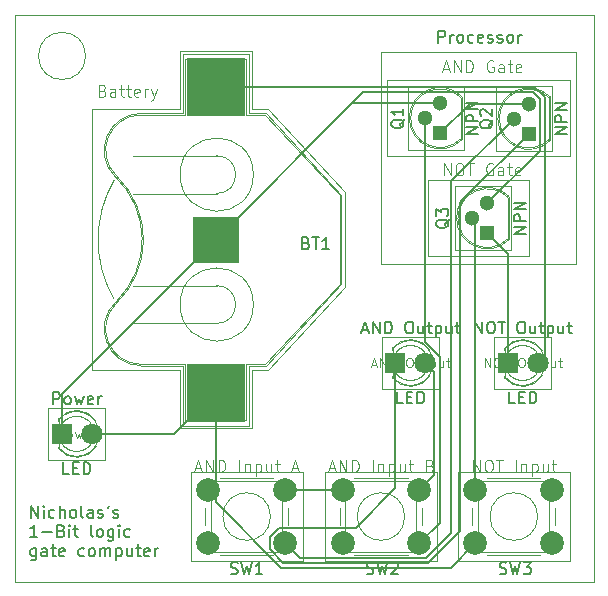
<source format=gbr>
%TF.GenerationSoftware,KiCad,Pcbnew,9.0.0*%
%TF.CreationDate,2025-04-06T09:24:48+08:00*%
%TF.ProjectId,processor,70726f63-6573-4736-9f72-2e6b69636164,rev?*%
%TF.SameCoordinates,Original*%
%TF.FileFunction,Soldermask,Bot*%
%TF.FilePolarity,Negative*%
%FSLAX46Y46*%
G04 Gerber Fmt 4.6, Leading zero omitted, Abs format (unit mm)*
G04 Created by KiCad (PCBNEW 9.0.0) date 2025-04-06 09:24:48*
%MOMM*%
%LPD*%
G01*
G04 APERTURE LIST*
%ADD10R,1.300000X1.300000*%
%ADD11C,1.300000*%
%ADD12R,1.800000X1.800000*%
%ADD13C,1.800000*%
%ADD14C,2.000000*%
%TA.AperFunction,ComponentPad*%
%ADD15R,1.300000X1.300000*%
%TD*%
%TA.AperFunction,ComponentPad*%
%ADD16C,1.300000*%
%TD*%
%TA.AperFunction,ComponentPad*%
%ADD17R,1.800000X1.800000*%
%TD*%
%TA.AperFunction,ComponentPad*%
%ADD18C,1.800000*%
%TD*%
%TA.AperFunction,ComponentPad*%
%ADD19C,2.000000*%
%TD*%
%TA.AperFunction,SMDPad,CuDef*%
%ADD20R,5.000000X5.000000*%
%TD*%
%TA.AperFunction,SMDPad,CuDef*%
%ADD21R,4.000000X4.000000*%
%TD*%
%TA.AperFunction,Conductor*%
%ADD22C,0.200000*%
%TD*%
%ADD23R,5.000000X5.000000*%
%ADD24R,4.000000X4.000000*%
%ADD25C,0.100000*%
%ADD26C,0.125000*%
%ADD27C,0.200000*%
%ADD28C,0.203200*%
%ADD29C,0.150000*%
%ADD30C,0.120000*%
%ADD31C,0.050000*%
%TA.AperFunction,Profile*%
%ADD32C,0.050000*%
%TD*%
G04 APERTURE END LIST*
D10*
%TO.C,Q3*%
X152500000Y-81000000D03*
D11*
X151230000Y-79730000D03*
X152500000Y-78460000D03*
%TD*%
D12*
%TO.C,Power*%
X116460000Y-98000000D03*
D13*
X119000000Y-98000000D03*
%TD*%
D14*
%TO.C,AND Input A*%
X128885000Y-102750000D03*
X135385000Y-102750000D03*
X128885000Y-107250000D03*
X135385000Y-107250000D03*
%TD*%
D10*
%TO.C,Q1*%
X148500000Y-72540000D03*
D11*
X147230000Y-71270000D03*
X148500000Y-70000000D03*
%TD*%
D14*
%TO.C,AND Input B*%
X140250000Y-102750000D03*
X146750000Y-102750000D03*
X140250000Y-107250000D03*
X146750000Y-107250000D03*
%TD*%
%TO.C,NOT Input*%
X151500000Y-102750000D03*
X158000000Y-102750000D03*
X151500000Y-107250000D03*
X158000000Y-107250000D03*
%TD*%
D12*
%TO.C,AND Output*%
X144730000Y-92000000D03*
D13*
X147270000Y-92000000D03*
%TD*%
D10*
%TO.C,Q2*%
X156000000Y-72580000D03*
D11*
X154730000Y-71310000D03*
X156000000Y-70040000D03*
%TD*%
D12*
%TO.C,NOT Output*%
X154230000Y-92000000D03*
D13*
X156770000Y-92000000D03*
%TD*%
D15*
%TO.P,Q3,1,C*%
%TO.N,Net-(D1-K)*%
X152500000Y-81000000D03*
D16*
%TO.P,Q3,2,B*%
%TO.N,Net-(Q3-B)*%
X151230000Y-79730000D03*
%TO.P,Q3,3,E*%
%TO.N,Net-(BT1--)*%
X152500000Y-78460000D03*
%TD*%
D17*
%TO.P,Power,1,K*%
%TO.N,Net-(BT1--)*%
X116460000Y-98000000D03*
D18*
%TO.P,Power,2,A*%
%TO.N,Net-(BT1-+)*%
X119000000Y-98000000D03*
%TD*%
D19*
%TO.P,AND Input A,1,1*%
%TO.N,Net-(BT1-+)*%
X128885000Y-102750000D03*
X135385000Y-102750000D03*
%TO.P,AND Input A,2,2*%
%TO.N,Net-(Q2-B)*%
X128885000Y-107250000D03*
X135385000Y-107250000D03*
%TD*%
D15*
%TO.P,Q1,1,C*%
%TO.N,Net-(Q1-C)*%
X148500000Y-72540000D03*
D16*
%TO.P,Q1,2,B*%
%TO.N,Net-(Q1-B)*%
X147230000Y-71270000D03*
%TO.P,Q1,3,E*%
%TO.N,Net-(BT1--)*%
X148500000Y-70000000D03*
%TD*%
D19*
%TO.P,AND Input B,1,1*%
%TO.N,Net-(BT1-+)*%
X140250000Y-102750000D03*
X146750000Y-102750000D03*
%TO.P,AND Input B,2,2*%
%TO.N,Net-(Q1-B)*%
X140250000Y-107250000D03*
X146750000Y-107250000D03*
%TD*%
%TO.P,NOT Input,1,1*%
%TO.N,Net-(Q3-B)*%
X151500000Y-102750000D03*
X158000000Y-102750000D03*
%TO.P,NOT Input,2,2*%
%TO.N,Net-(BT1-+)*%
X151500000Y-107250000D03*
X158000000Y-107250000D03*
%TD*%
D17*
%TO.P,AND Output,1,K*%
%TO.N,Net-(D2-K)*%
X144730000Y-92000000D03*
D18*
%TO.P,AND Output,2,A*%
%TO.N,Net-(BT1-+)*%
X147270000Y-92000000D03*
%TD*%
D15*
%TO.P,Q2,1,C*%
%TO.N,Net-(D2-K)*%
X156000000Y-72580000D03*
D16*
%TO.P,Q2,2,B*%
%TO.N,Net-(Q2-B)*%
X154730000Y-71310000D03*
%TO.P,Q2,3,E*%
%TO.N,Net-(Q1-C)*%
X156000000Y-70040000D03*
%TD*%
D17*
%TO.P,NOT Output,1,K*%
%TO.N,Net-(D1-K)*%
X154230000Y-92000000D03*
D18*
%TO.P,NOT Output,2,A*%
%TO.N,Net-(BT1-+)*%
X156770000Y-92000000D03*
%TD*%
D15*
%TO.P,Q3,1,C*%
%TO.N,Net-(D1-K)*%
X152500000Y-81000000D03*
D16*
%TO.P,Q3,2,B*%
%TO.N,Net-(Q3-B)*%
X151230000Y-79730000D03*
%TO.P,Q3,3,E*%
%TO.N,Net-(BT1--)*%
X152500000Y-78460000D03*
%TD*%
D17*
%TO.P,Power,1,K*%
%TO.N,Net-(BT1--)*%
X116460000Y-98000000D03*
D18*
%TO.P,Power,2,A*%
%TO.N,Net-(BT1-+)*%
X119000000Y-98000000D03*
%TD*%
D20*
%TO.P,Battery,1,+*%
%TO.N,Net-(BT1-+)*%
X129500000Y-94500000D03*
X129500000Y-68600000D03*
D21*
%TO.P,Battery,2,-*%
%TO.N,Net-(BT1--)*%
X129500000Y-81550000D03*
%TD*%
D19*
%TO.P,AND Input A,1,1*%
%TO.N,Net-(BT1-+)*%
X128885000Y-102750000D03*
X135385000Y-102750000D03*
%TO.P,AND Input A,2,2*%
%TO.N,Net-(Q2-B)*%
X128885000Y-107250000D03*
X135385000Y-107250000D03*
%TD*%
D15*
%TO.P,Q1,1,C*%
%TO.N,Net-(Q1-C)*%
X148500000Y-72540000D03*
D16*
%TO.P,Q1,2,B*%
%TO.N,Net-(Q1-B)*%
X147230000Y-71270000D03*
%TO.P,Q1,3,E*%
%TO.N,Net-(BT1--)*%
X148500000Y-70000000D03*
%TD*%
D19*
%TO.P,AND Input B,1,1*%
%TO.N,Net-(BT1-+)*%
X140250000Y-102750000D03*
X146750000Y-102750000D03*
%TO.P,AND Input B,2,2*%
%TO.N,Net-(Q1-B)*%
X140250000Y-107250000D03*
X146750000Y-107250000D03*
%TD*%
%TO.P,NOT Input,1,1*%
%TO.N,Net-(Q3-B)*%
X151500000Y-102750000D03*
X158000000Y-102750000D03*
%TO.P,NOT Input,2,2*%
%TO.N,Net-(BT1-+)*%
X151500000Y-107250000D03*
X158000000Y-107250000D03*
%TD*%
D17*
%TO.P,AND Output,1,K*%
%TO.N,Net-(D2-K)*%
X144730000Y-92000000D03*
D18*
%TO.P,AND Output,2,A*%
%TO.N,Net-(BT1-+)*%
X147270000Y-92000000D03*
%TD*%
D15*
%TO.P,Q2,1,C*%
%TO.N,Net-(D2-K)*%
X156000000Y-72580000D03*
D16*
%TO.P,Q2,2,B*%
%TO.N,Net-(Q2-B)*%
X154730000Y-71310000D03*
%TO.P,Q2,3,E*%
%TO.N,Net-(Q1-C)*%
X156000000Y-70040000D03*
%TD*%
D17*
%TO.P,NOT Output,1,K*%
%TO.N,Net-(D1-K)*%
X154230000Y-92000000D03*
D18*
%TO.P,NOT Output,2,A*%
%TO.N,Net-(BT1-+)*%
X156770000Y-92000000D03*
%TD*%
D22*
%TO.N,Net-(BT1--)*%
X152500000Y-78460000D02*
X156951000Y-74009000D01*
X141961000Y-69089000D02*
X129500000Y-81550000D01*
X141050000Y-70000000D02*
X129500000Y-81550000D01*
X156951000Y-74009000D02*
X156951000Y-69646082D01*
X148500000Y-70000000D02*
X141050000Y-70000000D01*
X116460000Y-94590000D02*
X129500000Y-81550000D01*
X116460000Y-98000000D02*
X116460000Y-94590000D01*
X156951000Y-69646082D02*
X156393918Y-69089000D01*
X156393918Y-69089000D02*
X141961000Y-69089000D01*
%TO.N,Net-(BT1-+)*%
X156472018Y-68600000D02*
X129500000Y-68600000D01*
X147270000Y-92000000D02*
X148000000Y-92730000D01*
X148000000Y-101500000D02*
X146750000Y-102750000D01*
X151500000Y-107250000D02*
X149397000Y-109353000D01*
X149397000Y-109353000D02*
X135081008Y-109353000D01*
X135081008Y-109353000D02*
X129500000Y-103771992D01*
X129500000Y-102135000D02*
X128885000Y-102750000D01*
X119000000Y-98000000D02*
X126000000Y-98000000D01*
X129500000Y-94500000D02*
X127199000Y-92199000D01*
X148000000Y-92730000D02*
X148000000Y-101500000D01*
X129500000Y-94500000D02*
X129500000Y-102135000D01*
X129500000Y-103771992D02*
X129500000Y-94500000D01*
X126000000Y-98000000D02*
X129500000Y-94500000D01*
X156770000Y-92000000D02*
X157352000Y-91418000D01*
X135385000Y-102750000D02*
X140250000Y-102750000D01*
X127199000Y-70901000D02*
X129500000Y-68600000D01*
X157352000Y-91418000D02*
X157352000Y-69479982D01*
X157352000Y-69479982D02*
X156472018Y-68600000D01*
%TO.N,Net-(D1-K)*%
X154230000Y-82730000D02*
X152500000Y-81000000D01*
X154230000Y-92000000D02*
X154230000Y-82730000D01*
%TO.N,Net-(D2-K)*%
X147454992Y-108952000D02*
X150199000Y-106207992D01*
X135247108Y-108952000D02*
X147454992Y-108952000D01*
X150199000Y-78381000D02*
X156000000Y-72580000D01*
X134846108Y-105949000D02*
X134084000Y-106711108D01*
X144730000Y-102569892D02*
X141350892Y-105949000D01*
X134084000Y-106711108D02*
X134084000Y-107788892D01*
X141350892Y-105949000D02*
X134846108Y-105949000D01*
X150199000Y-106207992D02*
X150199000Y-78381000D01*
X134084000Y-107788892D02*
X135247108Y-108952000D01*
X144730000Y-92000000D02*
X144730000Y-102569892D01*
%TO.N,Net-(Q1-B)*%
X147230000Y-90261529D02*
X147230000Y-71270000D01*
X148471000Y-105529000D02*
X148471000Y-91502529D01*
X146750000Y-107250000D02*
X148471000Y-105529000D01*
X148471000Y-91502529D02*
X147230000Y-90261529D01*
%TO.N,Net-(Q1-C)*%
X151000000Y-70040000D02*
X156000000Y-70040000D01*
X148500000Y-72540000D02*
X151000000Y-70040000D01*
%TO.N,Net-(Q2-B)*%
X136686000Y-108551000D02*
X135385000Y-107250000D01*
X147288892Y-108551000D02*
X136686000Y-108551000D01*
X149451000Y-106388892D02*
X147288892Y-108551000D01*
X154730000Y-71310000D02*
X149451000Y-76589000D01*
X149451000Y-76589000D02*
X149451000Y-106388892D01*
%TO.N,Net-(Q3-B)*%
X151230000Y-79730000D02*
X151500000Y-80000000D01*
X151500000Y-80000000D02*
X151500000Y-102750000D01*
%TD*%
D10*
%TO.C,Q3*%
X152500000Y-81000000D03*
D11*
X151230000Y-79730000D03*
X152500000Y-78460000D03*
%TD*%
D12*
%TO.C,Power*%
X116460000Y-98000000D03*
D13*
X119000000Y-98000000D03*
%TD*%
D23*
%TO.C,Battery*%
X129500000Y-94500000D03*
X129500000Y-68600000D03*
D24*
X129500000Y-81550000D03*
%TD*%
D14*
%TO.C,AND Input A*%
X128885000Y-102750000D03*
X135385000Y-102750000D03*
X128885000Y-107250000D03*
X135385000Y-107250000D03*
%TD*%
D10*
%TO.C,Q1*%
X148500000Y-72540000D03*
D11*
X147230000Y-71270000D03*
X148500000Y-70000000D03*
%TD*%
D14*
%TO.C,AND Input B*%
X140250000Y-102750000D03*
X146750000Y-102750000D03*
X140250000Y-107250000D03*
X146750000Y-107250000D03*
%TD*%
%TO.C,NOT Input*%
X151500000Y-102750000D03*
X158000000Y-102750000D03*
X151500000Y-107250000D03*
X158000000Y-107250000D03*
%TD*%
D12*
%TO.C,AND Output*%
X144730000Y-92000000D03*
D13*
X147270000Y-92000000D03*
%TD*%
D10*
%TO.C,Q2*%
X156000000Y-72580000D03*
D11*
X154730000Y-71310000D03*
X156000000Y-70040000D03*
%TD*%
D12*
%TO.C,NOT Output*%
X154230000Y-92000000D03*
D13*
X156770000Y-92000000D03*
%TD*%
D23*
%TO.C,Battery*%
X129500000Y-94500000D03*
X129500000Y-68600000D03*
D24*
X129500000Y-81550000D03*
%TD*%
D25*
X144000000Y-68000000D02*
X159500000Y-68000000D01*
X159500000Y-74500000D01*
X144000000Y-74500000D01*
X144000000Y-68000000D01*
X143500000Y-65641522D02*
X160000000Y-65641522D01*
X160000000Y-83641522D01*
X143500000Y-83641522D01*
X143500000Y-65641522D01*
X147500000Y-76480000D02*
X156000000Y-76480000D01*
X156000000Y-82980000D01*
X147500000Y-82980000D01*
X147500000Y-76480000D01*
D26*
X148820331Y-76101119D02*
X148820331Y-75101119D01*
X148820331Y-75101119D02*
X149391759Y-76101119D01*
X149391759Y-76101119D02*
X149391759Y-75101119D01*
X150058426Y-75101119D02*
X150248902Y-75101119D01*
X150248902Y-75101119D02*
X150344140Y-75148738D01*
X150344140Y-75148738D02*
X150439378Y-75243976D01*
X150439378Y-75243976D02*
X150486997Y-75434452D01*
X150486997Y-75434452D02*
X150486997Y-75767785D01*
X150486997Y-75767785D02*
X150439378Y-75958261D01*
X150439378Y-75958261D02*
X150344140Y-76053500D01*
X150344140Y-76053500D02*
X150248902Y-76101119D01*
X150248902Y-76101119D02*
X150058426Y-76101119D01*
X150058426Y-76101119D02*
X149963188Y-76053500D01*
X149963188Y-76053500D02*
X149867950Y-75958261D01*
X149867950Y-75958261D02*
X149820331Y-75767785D01*
X149820331Y-75767785D02*
X149820331Y-75434452D01*
X149820331Y-75434452D02*
X149867950Y-75243976D01*
X149867950Y-75243976D02*
X149963188Y-75148738D01*
X149963188Y-75148738D02*
X150058426Y-75101119D01*
X150772712Y-75101119D02*
X151344140Y-75101119D01*
X151058426Y-76101119D02*
X151058426Y-75101119D01*
X152963188Y-75148738D02*
X152867950Y-75101119D01*
X152867950Y-75101119D02*
X152725093Y-75101119D01*
X152725093Y-75101119D02*
X152582236Y-75148738D01*
X152582236Y-75148738D02*
X152486998Y-75243976D01*
X152486998Y-75243976D02*
X152439379Y-75339214D01*
X152439379Y-75339214D02*
X152391760Y-75529690D01*
X152391760Y-75529690D02*
X152391760Y-75672547D01*
X152391760Y-75672547D02*
X152439379Y-75863023D01*
X152439379Y-75863023D02*
X152486998Y-75958261D01*
X152486998Y-75958261D02*
X152582236Y-76053500D01*
X152582236Y-76053500D02*
X152725093Y-76101119D01*
X152725093Y-76101119D02*
X152820331Y-76101119D01*
X152820331Y-76101119D02*
X152963188Y-76053500D01*
X152963188Y-76053500D02*
X153010807Y-76005880D01*
X153010807Y-76005880D02*
X153010807Y-75672547D01*
X153010807Y-75672547D02*
X152820331Y-75672547D01*
X153867950Y-76101119D02*
X153867950Y-75577309D01*
X153867950Y-75577309D02*
X153820331Y-75482071D01*
X153820331Y-75482071D02*
X153725093Y-75434452D01*
X153725093Y-75434452D02*
X153534617Y-75434452D01*
X153534617Y-75434452D02*
X153439379Y-75482071D01*
X153867950Y-76053500D02*
X153772712Y-76101119D01*
X153772712Y-76101119D02*
X153534617Y-76101119D01*
X153534617Y-76101119D02*
X153439379Y-76053500D01*
X153439379Y-76053500D02*
X153391760Y-75958261D01*
X153391760Y-75958261D02*
X153391760Y-75863023D01*
X153391760Y-75863023D02*
X153439379Y-75767785D01*
X153439379Y-75767785D02*
X153534617Y-75720166D01*
X153534617Y-75720166D02*
X153772712Y-75720166D01*
X153772712Y-75720166D02*
X153867950Y-75672547D01*
X154201284Y-75434452D02*
X154582236Y-75434452D01*
X154344141Y-75101119D02*
X154344141Y-75958261D01*
X154344141Y-75958261D02*
X154391760Y-76053500D01*
X154391760Y-76053500D02*
X154486998Y-76101119D01*
X154486998Y-76101119D02*
X154582236Y-76101119D01*
X155296522Y-76053500D02*
X155201284Y-76101119D01*
X155201284Y-76101119D02*
X155010808Y-76101119D01*
X155010808Y-76101119D02*
X154915570Y-76053500D01*
X154915570Y-76053500D02*
X154867951Y-75958261D01*
X154867951Y-75958261D02*
X154867951Y-75577309D01*
X154867951Y-75577309D02*
X154915570Y-75482071D01*
X154915570Y-75482071D02*
X155010808Y-75434452D01*
X155010808Y-75434452D02*
X155201284Y-75434452D01*
X155201284Y-75434452D02*
X155296522Y-75482071D01*
X155296522Y-75482071D02*
X155344141Y-75577309D01*
X155344141Y-75577309D02*
X155344141Y-75672547D01*
X155344141Y-75672547D02*
X154867951Y-75767785D01*
X148772712Y-67085404D02*
X149248902Y-67085404D01*
X148677474Y-67371119D02*
X149010807Y-66371119D01*
X149010807Y-66371119D02*
X149344140Y-67371119D01*
X149677474Y-67371119D02*
X149677474Y-66371119D01*
X149677474Y-66371119D02*
X150248902Y-67371119D01*
X150248902Y-67371119D02*
X150248902Y-66371119D01*
X150725093Y-67371119D02*
X150725093Y-66371119D01*
X150725093Y-66371119D02*
X150963188Y-66371119D01*
X150963188Y-66371119D02*
X151106045Y-66418738D01*
X151106045Y-66418738D02*
X151201283Y-66513976D01*
X151201283Y-66513976D02*
X151248902Y-66609214D01*
X151248902Y-66609214D02*
X151296521Y-66799690D01*
X151296521Y-66799690D02*
X151296521Y-66942547D01*
X151296521Y-66942547D02*
X151248902Y-67133023D01*
X151248902Y-67133023D02*
X151201283Y-67228261D01*
X151201283Y-67228261D02*
X151106045Y-67323500D01*
X151106045Y-67323500D02*
X150963188Y-67371119D01*
X150963188Y-67371119D02*
X150725093Y-67371119D01*
X153010807Y-66418738D02*
X152915569Y-66371119D01*
X152915569Y-66371119D02*
X152772712Y-66371119D01*
X152772712Y-66371119D02*
X152629855Y-66418738D01*
X152629855Y-66418738D02*
X152534617Y-66513976D01*
X152534617Y-66513976D02*
X152486998Y-66609214D01*
X152486998Y-66609214D02*
X152439379Y-66799690D01*
X152439379Y-66799690D02*
X152439379Y-66942547D01*
X152439379Y-66942547D02*
X152486998Y-67133023D01*
X152486998Y-67133023D02*
X152534617Y-67228261D01*
X152534617Y-67228261D02*
X152629855Y-67323500D01*
X152629855Y-67323500D02*
X152772712Y-67371119D01*
X152772712Y-67371119D02*
X152867950Y-67371119D01*
X152867950Y-67371119D02*
X153010807Y-67323500D01*
X153010807Y-67323500D02*
X153058426Y-67275880D01*
X153058426Y-67275880D02*
X153058426Y-66942547D01*
X153058426Y-66942547D02*
X152867950Y-66942547D01*
X153915569Y-67371119D02*
X153915569Y-66847309D01*
X153915569Y-66847309D02*
X153867950Y-66752071D01*
X153867950Y-66752071D02*
X153772712Y-66704452D01*
X153772712Y-66704452D02*
X153582236Y-66704452D01*
X153582236Y-66704452D02*
X153486998Y-66752071D01*
X153915569Y-67323500D02*
X153820331Y-67371119D01*
X153820331Y-67371119D02*
X153582236Y-67371119D01*
X153582236Y-67371119D02*
X153486998Y-67323500D01*
X153486998Y-67323500D02*
X153439379Y-67228261D01*
X153439379Y-67228261D02*
X153439379Y-67133023D01*
X153439379Y-67133023D02*
X153486998Y-67037785D01*
X153486998Y-67037785D02*
X153582236Y-66990166D01*
X153582236Y-66990166D02*
X153820331Y-66990166D01*
X153820331Y-66990166D02*
X153915569Y-66942547D01*
X154248903Y-66704452D02*
X154629855Y-66704452D01*
X154391760Y-66371119D02*
X154391760Y-67228261D01*
X154391760Y-67228261D02*
X154439379Y-67323500D01*
X154439379Y-67323500D02*
X154534617Y-67371119D01*
X154534617Y-67371119D02*
X154629855Y-67371119D01*
X155344141Y-67323500D02*
X155248903Y-67371119D01*
X155248903Y-67371119D02*
X155058427Y-67371119D01*
X155058427Y-67371119D02*
X154963189Y-67323500D01*
X154963189Y-67323500D02*
X154915570Y-67228261D01*
X154915570Y-67228261D02*
X154915570Y-66847309D01*
X154915570Y-66847309D02*
X154963189Y-66752071D01*
X154963189Y-66752071D02*
X155058427Y-66704452D01*
X155058427Y-66704452D02*
X155248903Y-66704452D01*
X155248903Y-66704452D02*
X155344141Y-66752071D01*
X155344141Y-66752071D02*
X155391760Y-66847309D01*
X155391760Y-66847309D02*
X155391760Y-66942547D01*
X155391760Y-66942547D02*
X154915570Y-67037785D01*
D27*
X148369673Y-64867219D02*
X148369673Y-63867219D01*
X148369673Y-63867219D02*
X148750625Y-63867219D01*
X148750625Y-63867219D02*
X148845863Y-63914838D01*
X148845863Y-63914838D02*
X148893482Y-63962457D01*
X148893482Y-63962457D02*
X148941101Y-64057695D01*
X148941101Y-64057695D02*
X148941101Y-64200552D01*
X148941101Y-64200552D02*
X148893482Y-64295790D01*
X148893482Y-64295790D02*
X148845863Y-64343409D01*
X148845863Y-64343409D02*
X148750625Y-64391028D01*
X148750625Y-64391028D02*
X148369673Y-64391028D01*
X149369673Y-64867219D02*
X149369673Y-64200552D01*
X149369673Y-64391028D02*
X149417292Y-64295790D01*
X149417292Y-64295790D02*
X149464911Y-64248171D01*
X149464911Y-64248171D02*
X149560149Y-64200552D01*
X149560149Y-64200552D02*
X149655387Y-64200552D01*
X150131578Y-64867219D02*
X150036340Y-64819600D01*
X150036340Y-64819600D02*
X149988721Y-64771980D01*
X149988721Y-64771980D02*
X149941102Y-64676742D01*
X149941102Y-64676742D02*
X149941102Y-64391028D01*
X149941102Y-64391028D02*
X149988721Y-64295790D01*
X149988721Y-64295790D02*
X150036340Y-64248171D01*
X150036340Y-64248171D02*
X150131578Y-64200552D01*
X150131578Y-64200552D02*
X150274435Y-64200552D01*
X150274435Y-64200552D02*
X150369673Y-64248171D01*
X150369673Y-64248171D02*
X150417292Y-64295790D01*
X150417292Y-64295790D02*
X150464911Y-64391028D01*
X150464911Y-64391028D02*
X150464911Y-64676742D01*
X150464911Y-64676742D02*
X150417292Y-64771980D01*
X150417292Y-64771980D02*
X150369673Y-64819600D01*
X150369673Y-64819600D02*
X150274435Y-64867219D01*
X150274435Y-64867219D02*
X150131578Y-64867219D01*
X151322054Y-64819600D02*
X151226816Y-64867219D01*
X151226816Y-64867219D02*
X151036340Y-64867219D01*
X151036340Y-64867219D02*
X150941102Y-64819600D01*
X150941102Y-64819600D02*
X150893483Y-64771980D01*
X150893483Y-64771980D02*
X150845864Y-64676742D01*
X150845864Y-64676742D02*
X150845864Y-64391028D01*
X150845864Y-64391028D02*
X150893483Y-64295790D01*
X150893483Y-64295790D02*
X150941102Y-64248171D01*
X150941102Y-64248171D02*
X151036340Y-64200552D01*
X151036340Y-64200552D02*
X151226816Y-64200552D01*
X151226816Y-64200552D02*
X151322054Y-64248171D01*
X152131578Y-64819600D02*
X152036340Y-64867219D01*
X152036340Y-64867219D02*
X151845864Y-64867219D01*
X151845864Y-64867219D02*
X151750626Y-64819600D01*
X151750626Y-64819600D02*
X151703007Y-64724361D01*
X151703007Y-64724361D02*
X151703007Y-64343409D01*
X151703007Y-64343409D02*
X151750626Y-64248171D01*
X151750626Y-64248171D02*
X151845864Y-64200552D01*
X151845864Y-64200552D02*
X152036340Y-64200552D01*
X152036340Y-64200552D02*
X152131578Y-64248171D01*
X152131578Y-64248171D02*
X152179197Y-64343409D01*
X152179197Y-64343409D02*
X152179197Y-64438647D01*
X152179197Y-64438647D02*
X151703007Y-64533885D01*
X152560150Y-64819600D02*
X152655388Y-64867219D01*
X152655388Y-64867219D02*
X152845864Y-64867219D01*
X152845864Y-64867219D02*
X152941102Y-64819600D01*
X152941102Y-64819600D02*
X152988721Y-64724361D01*
X152988721Y-64724361D02*
X152988721Y-64676742D01*
X152988721Y-64676742D02*
X152941102Y-64581504D01*
X152941102Y-64581504D02*
X152845864Y-64533885D01*
X152845864Y-64533885D02*
X152703007Y-64533885D01*
X152703007Y-64533885D02*
X152607769Y-64486266D01*
X152607769Y-64486266D02*
X152560150Y-64391028D01*
X152560150Y-64391028D02*
X152560150Y-64343409D01*
X152560150Y-64343409D02*
X152607769Y-64248171D01*
X152607769Y-64248171D02*
X152703007Y-64200552D01*
X152703007Y-64200552D02*
X152845864Y-64200552D01*
X152845864Y-64200552D02*
X152941102Y-64248171D01*
X153369674Y-64819600D02*
X153464912Y-64867219D01*
X153464912Y-64867219D02*
X153655388Y-64867219D01*
X153655388Y-64867219D02*
X153750626Y-64819600D01*
X153750626Y-64819600D02*
X153798245Y-64724361D01*
X153798245Y-64724361D02*
X153798245Y-64676742D01*
X153798245Y-64676742D02*
X153750626Y-64581504D01*
X153750626Y-64581504D02*
X153655388Y-64533885D01*
X153655388Y-64533885D02*
X153512531Y-64533885D01*
X153512531Y-64533885D02*
X153417293Y-64486266D01*
X153417293Y-64486266D02*
X153369674Y-64391028D01*
X153369674Y-64391028D02*
X153369674Y-64343409D01*
X153369674Y-64343409D02*
X153417293Y-64248171D01*
X153417293Y-64248171D02*
X153512531Y-64200552D01*
X153512531Y-64200552D02*
X153655388Y-64200552D01*
X153655388Y-64200552D02*
X153750626Y-64248171D01*
X154369674Y-64867219D02*
X154274436Y-64819600D01*
X154274436Y-64819600D02*
X154226817Y-64771980D01*
X154226817Y-64771980D02*
X154179198Y-64676742D01*
X154179198Y-64676742D02*
X154179198Y-64391028D01*
X154179198Y-64391028D02*
X154226817Y-64295790D01*
X154226817Y-64295790D02*
X154274436Y-64248171D01*
X154274436Y-64248171D02*
X154369674Y-64200552D01*
X154369674Y-64200552D02*
X154512531Y-64200552D01*
X154512531Y-64200552D02*
X154607769Y-64248171D01*
X154607769Y-64248171D02*
X154655388Y-64295790D01*
X154655388Y-64295790D02*
X154703007Y-64391028D01*
X154703007Y-64391028D02*
X154703007Y-64676742D01*
X154703007Y-64676742D02*
X154655388Y-64771980D01*
X154655388Y-64771980D02*
X154607769Y-64819600D01*
X154607769Y-64819600D02*
X154512531Y-64867219D01*
X154512531Y-64867219D02*
X154369674Y-64867219D01*
X155131579Y-64867219D02*
X155131579Y-64200552D01*
X155131579Y-64391028D02*
X155179198Y-64295790D01*
X155179198Y-64295790D02*
X155226817Y-64248171D01*
X155226817Y-64248171D02*
X155322055Y-64200552D01*
X155322055Y-64200552D02*
X155417293Y-64200552D01*
D28*
X113875588Y-105093687D02*
X113875588Y-104077687D01*
X113875588Y-104077687D02*
X114456160Y-105093687D01*
X114456160Y-105093687D02*
X114456160Y-104077687D01*
X114939969Y-105093687D02*
X114939969Y-104416354D01*
X114939969Y-104077687D02*
X114891588Y-104126068D01*
X114891588Y-104126068D02*
X114939969Y-104174449D01*
X114939969Y-104174449D02*
X114988350Y-104126068D01*
X114988350Y-104126068D02*
X114939969Y-104077687D01*
X114939969Y-104077687D02*
X114939969Y-104174449D01*
X115859208Y-105045307D02*
X115762446Y-105093687D01*
X115762446Y-105093687D02*
X115568922Y-105093687D01*
X115568922Y-105093687D02*
X115472160Y-105045307D01*
X115472160Y-105045307D02*
X115423779Y-104996926D01*
X115423779Y-104996926D02*
X115375398Y-104900164D01*
X115375398Y-104900164D02*
X115375398Y-104609878D01*
X115375398Y-104609878D02*
X115423779Y-104513116D01*
X115423779Y-104513116D02*
X115472160Y-104464735D01*
X115472160Y-104464735D02*
X115568922Y-104416354D01*
X115568922Y-104416354D02*
X115762446Y-104416354D01*
X115762446Y-104416354D02*
X115859208Y-104464735D01*
X116294636Y-105093687D02*
X116294636Y-104077687D01*
X116730065Y-105093687D02*
X116730065Y-104561497D01*
X116730065Y-104561497D02*
X116681684Y-104464735D01*
X116681684Y-104464735D02*
X116584922Y-104416354D01*
X116584922Y-104416354D02*
X116439779Y-104416354D01*
X116439779Y-104416354D02*
X116343017Y-104464735D01*
X116343017Y-104464735D02*
X116294636Y-104513116D01*
X117359017Y-105093687D02*
X117262255Y-105045307D01*
X117262255Y-105045307D02*
X117213874Y-104996926D01*
X117213874Y-104996926D02*
X117165493Y-104900164D01*
X117165493Y-104900164D02*
X117165493Y-104609878D01*
X117165493Y-104609878D02*
X117213874Y-104513116D01*
X117213874Y-104513116D02*
X117262255Y-104464735D01*
X117262255Y-104464735D02*
X117359017Y-104416354D01*
X117359017Y-104416354D02*
X117504160Y-104416354D01*
X117504160Y-104416354D02*
X117600922Y-104464735D01*
X117600922Y-104464735D02*
X117649303Y-104513116D01*
X117649303Y-104513116D02*
X117697684Y-104609878D01*
X117697684Y-104609878D02*
X117697684Y-104900164D01*
X117697684Y-104900164D02*
X117649303Y-104996926D01*
X117649303Y-104996926D02*
X117600922Y-105045307D01*
X117600922Y-105045307D02*
X117504160Y-105093687D01*
X117504160Y-105093687D02*
X117359017Y-105093687D01*
X118278255Y-105093687D02*
X118181493Y-105045307D01*
X118181493Y-105045307D02*
X118133112Y-104948545D01*
X118133112Y-104948545D02*
X118133112Y-104077687D01*
X119100731Y-105093687D02*
X119100731Y-104561497D01*
X119100731Y-104561497D02*
X119052350Y-104464735D01*
X119052350Y-104464735D02*
X118955588Y-104416354D01*
X118955588Y-104416354D02*
X118762064Y-104416354D01*
X118762064Y-104416354D02*
X118665302Y-104464735D01*
X119100731Y-105045307D02*
X119003969Y-105093687D01*
X119003969Y-105093687D02*
X118762064Y-105093687D01*
X118762064Y-105093687D02*
X118665302Y-105045307D01*
X118665302Y-105045307D02*
X118616921Y-104948545D01*
X118616921Y-104948545D02*
X118616921Y-104851783D01*
X118616921Y-104851783D02*
X118665302Y-104755021D01*
X118665302Y-104755021D02*
X118762064Y-104706640D01*
X118762064Y-104706640D02*
X119003969Y-104706640D01*
X119003969Y-104706640D02*
X119100731Y-104658259D01*
X119536159Y-105045307D02*
X119632921Y-105093687D01*
X119632921Y-105093687D02*
X119826445Y-105093687D01*
X119826445Y-105093687D02*
X119923207Y-105045307D01*
X119923207Y-105045307D02*
X119971588Y-104948545D01*
X119971588Y-104948545D02*
X119971588Y-104900164D01*
X119971588Y-104900164D02*
X119923207Y-104803402D01*
X119923207Y-104803402D02*
X119826445Y-104755021D01*
X119826445Y-104755021D02*
X119681302Y-104755021D01*
X119681302Y-104755021D02*
X119584540Y-104706640D01*
X119584540Y-104706640D02*
X119536159Y-104609878D01*
X119536159Y-104609878D02*
X119536159Y-104561497D01*
X119536159Y-104561497D02*
X119584540Y-104464735D01*
X119584540Y-104464735D02*
X119681302Y-104416354D01*
X119681302Y-104416354D02*
X119826445Y-104416354D01*
X119826445Y-104416354D02*
X119923207Y-104464735D01*
X120455397Y-104077687D02*
X120358635Y-104271211D01*
X120842445Y-105045307D02*
X120939207Y-105093687D01*
X120939207Y-105093687D02*
X121132731Y-105093687D01*
X121132731Y-105093687D02*
X121229493Y-105045307D01*
X121229493Y-105045307D02*
X121277874Y-104948545D01*
X121277874Y-104948545D02*
X121277874Y-104900164D01*
X121277874Y-104900164D02*
X121229493Y-104803402D01*
X121229493Y-104803402D02*
X121132731Y-104755021D01*
X121132731Y-104755021D02*
X120987588Y-104755021D01*
X120987588Y-104755021D02*
X120890826Y-104706640D01*
X120890826Y-104706640D02*
X120842445Y-104609878D01*
X120842445Y-104609878D02*
X120842445Y-104561497D01*
X120842445Y-104561497D02*
X120890826Y-104464735D01*
X120890826Y-104464735D02*
X120987588Y-104416354D01*
X120987588Y-104416354D02*
X121132731Y-104416354D01*
X121132731Y-104416354D02*
X121229493Y-104464735D01*
X114407779Y-106729390D02*
X113827207Y-106729390D01*
X114117493Y-106729390D02*
X114117493Y-105713390D01*
X114117493Y-105713390D02*
X114020731Y-105858533D01*
X114020731Y-105858533D02*
X113923969Y-105955295D01*
X113923969Y-105955295D02*
X113827207Y-106003676D01*
X114843207Y-106342343D02*
X115617303Y-106342343D01*
X116439779Y-106197200D02*
X116584922Y-106245581D01*
X116584922Y-106245581D02*
X116633303Y-106293962D01*
X116633303Y-106293962D02*
X116681684Y-106390724D01*
X116681684Y-106390724D02*
X116681684Y-106535867D01*
X116681684Y-106535867D02*
X116633303Y-106632629D01*
X116633303Y-106632629D02*
X116584922Y-106681010D01*
X116584922Y-106681010D02*
X116488160Y-106729390D01*
X116488160Y-106729390D02*
X116101112Y-106729390D01*
X116101112Y-106729390D02*
X116101112Y-105713390D01*
X116101112Y-105713390D02*
X116439779Y-105713390D01*
X116439779Y-105713390D02*
X116536541Y-105761771D01*
X116536541Y-105761771D02*
X116584922Y-105810152D01*
X116584922Y-105810152D02*
X116633303Y-105906914D01*
X116633303Y-105906914D02*
X116633303Y-106003676D01*
X116633303Y-106003676D02*
X116584922Y-106100438D01*
X116584922Y-106100438D02*
X116536541Y-106148819D01*
X116536541Y-106148819D02*
X116439779Y-106197200D01*
X116439779Y-106197200D02*
X116101112Y-106197200D01*
X117117112Y-106729390D02*
X117117112Y-106052057D01*
X117117112Y-105713390D02*
X117068731Y-105761771D01*
X117068731Y-105761771D02*
X117117112Y-105810152D01*
X117117112Y-105810152D02*
X117165493Y-105761771D01*
X117165493Y-105761771D02*
X117117112Y-105713390D01*
X117117112Y-105713390D02*
X117117112Y-105810152D01*
X117455779Y-106052057D02*
X117842827Y-106052057D01*
X117600922Y-105713390D02*
X117600922Y-106584248D01*
X117600922Y-106584248D02*
X117649303Y-106681010D01*
X117649303Y-106681010D02*
X117746065Y-106729390D01*
X117746065Y-106729390D02*
X117842827Y-106729390D01*
X119100731Y-106729390D02*
X119003969Y-106681010D01*
X119003969Y-106681010D02*
X118955588Y-106584248D01*
X118955588Y-106584248D02*
X118955588Y-105713390D01*
X119632921Y-106729390D02*
X119536159Y-106681010D01*
X119536159Y-106681010D02*
X119487778Y-106632629D01*
X119487778Y-106632629D02*
X119439397Y-106535867D01*
X119439397Y-106535867D02*
X119439397Y-106245581D01*
X119439397Y-106245581D02*
X119487778Y-106148819D01*
X119487778Y-106148819D02*
X119536159Y-106100438D01*
X119536159Y-106100438D02*
X119632921Y-106052057D01*
X119632921Y-106052057D02*
X119778064Y-106052057D01*
X119778064Y-106052057D02*
X119874826Y-106100438D01*
X119874826Y-106100438D02*
X119923207Y-106148819D01*
X119923207Y-106148819D02*
X119971588Y-106245581D01*
X119971588Y-106245581D02*
X119971588Y-106535867D01*
X119971588Y-106535867D02*
X119923207Y-106632629D01*
X119923207Y-106632629D02*
X119874826Y-106681010D01*
X119874826Y-106681010D02*
X119778064Y-106729390D01*
X119778064Y-106729390D02*
X119632921Y-106729390D01*
X120842445Y-106052057D02*
X120842445Y-106874533D01*
X120842445Y-106874533D02*
X120794064Y-106971295D01*
X120794064Y-106971295D02*
X120745683Y-107019676D01*
X120745683Y-107019676D02*
X120648921Y-107068057D01*
X120648921Y-107068057D02*
X120503778Y-107068057D01*
X120503778Y-107068057D02*
X120407016Y-107019676D01*
X120842445Y-106681010D02*
X120745683Y-106729390D01*
X120745683Y-106729390D02*
X120552159Y-106729390D01*
X120552159Y-106729390D02*
X120455397Y-106681010D01*
X120455397Y-106681010D02*
X120407016Y-106632629D01*
X120407016Y-106632629D02*
X120358635Y-106535867D01*
X120358635Y-106535867D02*
X120358635Y-106245581D01*
X120358635Y-106245581D02*
X120407016Y-106148819D01*
X120407016Y-106148819D02*
X120455397Y-106100438D01*
X120455397Y-106100438D02*
X120552159Y-106052057D01*
X120552159Y-106052057D02*
X120745683Y-106052057D01*
X120745683Y-106052057D02*
X120842445Y-106100438D01*
X121326254Y-106729390D02*
X121326254Y-106052057D01*
X121326254Y-105713390D02*
X121277873Y-105761771D01*
X121277873Y-105761771D02*
X121326254Y-105810152D01*
X121326254Y-105810152D02*
X121374635Y-105761771D01*
X121374635Y-105761771D02*
X121326254Y-105713390D01*
X121326254Y-105713390D02*
X121326254Y-105810152D01*
X122245493Y-106681010D02*
X122148731Y-106729390D01*
X122148731Y-106729390D02*
X121955207Y-106729390D01*
X121955207Y-106729390D02*
X121858445Y-106681010D01*
X121858445Y-106681010D02*
X121810064Y-106632629D01*
X121810064Y-106632629D02*
X121761683Y-106535867D01*
X121761683Y-106535867D02*
X121761683Y-106245581D01*
X121761683Y-106245581D02*
X121810064Y-106148819D01*
X121810064Y-106148819D02*
X121858445Y-106100438D01*
X121858445Y-106100438D02*
X121955207Y-106052057D01*
X121955207Y-106052057D02*
X122148731Y-106052057D01*
X122148731Y-106052057D02*
X122245493Y-106100438D01*
X114311017Y-107687760D02*
X114311017Y-108510236D01*
X114311017Y-108510236D02*
X114262636Y-108606998D01*
X114262636Y-108606998D02*
X114214255Y-108655379D01*
X114214255Y-108655379D02*
X114117493Y-108703760D01*
X114117493Y-108703760D02*
X113972350Y-108703760D01*
X113972350Y-108703760D02*
X113875588Y-108655379D01*
X114311017Y-108316713D02*
X114214255Y-108365093D01*
X114214255Y-108365093D02*
X114020731Y-108365093D01*
X114020731Y-108365093D02*
X113923969Y-108316713D01*
X113923969Y-108316713D02*
X113875588Y-108268332D01*
X113875588Y-108268332D02*
X113827207Y-108171570D01*
X113827207Y-108171570D02*
X113827207Y-107881284D01*
X113827207Y-107881284D02*
X113875588Y-107784522D01*
X113875588Y-107784522D02*
X113923969Y-107736141D01*
X113923969Y-107736141D02*
X114020731Y-107687760D01*
X114020731Y-107687760D02*
X114214255Y-107687760D01*
X114214255Y-107687760D02*
X114311017Y-107736141D01*
X115230255Y-108365093D02*
X115230255Y-107832903D01*
X115230255Y-107832903D02*
X115181874Y-107736141D01*
X115181874Y-107736141D02*
X115085112Y-107687760D01*
X115085112Y-107687760D02*
X114891588Y-107687760D01*
X114891588Y-107687760D02*
X114794826Y-107736141D01*
X115230255Y-108316713D02*
X115133493Y-108365093D01*
X115133493Y-108365093D02*
X114891588Y-108365093D01*
X114891588Y-108365093D02*
X114794826Y-108316713D01*
X114794826Y-108316713D02*
X114746445Y-108219951D01*
X114746445Y-108219951D02*
X114746445Y-108123189D01*
X114746445Y-108123189D02*
X114794826Y-108026427D01*
X114794826Y-108026427D02*
X114891588Y-107978046D01*
X114891588Y-107978046D02*
X115133493Y-107978046D01*
X115133493Y-107978046D02*
X115230255Y-107929665D01*
X115568921Y-107687760D02*
X115955969Y-107687760D01*
X115714064Y-107349093D02*
X115714064Y-108219951D01*
X115714064Y-108219951D02*
X115762445Y-108316713D01*
X115762445Y-108316713D02*
X115859207Y-108365093D01*
X115859207Y-108365093D02*
X115955969Y-108365093D01*
X116681683Y-108316713D02*
X116584921Y-108365093D01*
X116584921Y-108365093D02*
X116391397Y-108365093D01*
X116391397Y-108365093D02*
X116294635Y-108316713D01*
X116294635Y-108316713D02*
X116246254Y-108219951D01*
X116246254Y-108219951D02*
X116246254Y-107832903D01*
X116246254Y-107832903D02*
X116294635Y-107736141D01*
X116294635Y-107736141D02*
X116391397Y-107687760D01*
X116391397Y-107687760D02*
X116584921Y-107687760D01*
X116584921Y-107687760D02*
X116681683Y-107736141D01*
X116681683Y-107736141D02*
X116730064Y-107832903D01*
X116730064Y-107832903D02*
X116730064Y-107929665D01*
X116730064Y-107929665D02*
X116246254Y-108026427D01*
X118375016Y-108316713D02*
X118278254Y-108365093D01*
X118278254Y-108365093D02*
X118084730Y-108365093D01*
X118084730Y-108365093D02*
X117987968Y-108316713D01*
X117987968Y-108316713D02*
X117939587Y-108268332D01*
X117939587Y-108268332D02*
X117891206Y-108171570D01*
X117891206Y-108171570D02*
X117891206Y-107881284D01*
X117891206Y-107881284D02*
X117939587Y-107784522D01*
X117939587Y-107784522D02*
X117987968Y-107736141D01*
X117987968Y-107736141D02*
X118084730Y-107687760D01*
X118084730Y-107687760D02*
X118278254Y-107687760D01*
X118278254Y-107687760D02*
X118375016Y-107736141D01*
X118955587Y-108365093D02*
X118858825Y-108316713D01*
X118858825Y-108316713D02*
X118810444Y-108268332D01*
X118810444Y-108268332D02*
X118762063Y-108171570D01*
X118762063Y-108171570D02*
X118762063Y-107881284D01*
X118762063Y-107881284D02*
X118810444Y-107784522D01*
X118810444Y-107784522D02*
X118858825Y-107736141D01*
X118858825Y-107736141D02*
X118955587Y-107687760D01*
X118955587Y-107687760D02*
X119100730Y-107687760D01*
X119100730Y-107687760D02*
X119197492Y-107736141D01*
X119197492Y-107736141D02*
X119245873Y-107784522D01*
X119245873Y-107784522D02*
X119294254Y-107881284D01*
X119294254Y-107881284D02*
X119294254Y-108171570D01*
X119294254Y-108171570D02*
X119245873Y-108268332D01*
X119245873Y-108268332D02*
X119197492Y-108316713D01*
X119197492Y-108316713D02*
X119100730Y-108365093D01*
X119100730Y-108365093D02*
X118955587Y-108365093D01*
X119729682Y-108365093D02*
X119729682Y-107687760D01*
X119729682Y-107784522D02*
X119778063Y-107736141D01*
X119778063Y-107736141D02*
X119874825Y-107687760D01*
X119874825Y-107687760D02*
X120019968Y-107687760D01*
X120019968Y-107687760D02*
X120116730Y-107736141D01*
X120116730Y-107736141D02*
X120165111Y-107832903D01*
X120165111Y-107832903D02*
X120165111Y-108365093D01*
X120165111Y-107832903D02*
X120213492Y-107736141D01*
X120213492Y-107736141D02*
X120310254Y-107687760D01*
X120310254Y-107687760D02*
X120455397Y-107687760D01*
X120455397Y-107687760D02*
X120552158Y-107736141D01*
X120552158Y-107736141D02*
X120600539Y-107832903D01*
X120600539Y-107832903D02*
X120600539Y-108365093D01*
X121084349Y-107687760D02*
X121084349Y-108703760D01*
X121084349Y-107736141D02*
X121181111Y-107687760D01*
X121181111Y-107687760D02*
X121374635Y-107687760D01*
X121374635Y-107687760D02*
X121471397Y-107736141D01*
X121471397Y-107736141D02*
X121519778Y-107784522D01*
X121519778Y-107784522D02*
X121568159Y-107881284D01*
X121568159Y-107881284D02*
X121568159Y-108171570D01*
X121568159Y-108171570D02*
X121519778Y-108268332D01*
X121519778Y-108268332D02*
X121471397Y-108316713D01*
X121471397Y-108316713D02*
X121374635Y-108365093D01*
X121374635Y-108365093D02*
X121181111Y-108365093D01*
X121181111Y-108365093D02*
X121084349Y-108316713D01*
X122439016Y-107687760D02*
X122439016Y-108365093D01*
X122003587Y-107687760D02*
X122003587Y-108219951D01*
X122003587Y-108219951D02*
X122051968Y-108316713D01*
X122051968Y-108316713D02*
X122148730Y-108365093D01*
X122148730Y-108365093D02*
X122293873Y-108365093D01*
X122293873Y-108365093D02*
X122390635Y-108316713D01*
X122390635Y-108316713D02*
X122439016Y-108268332D01*
X122777682Y-107687760D02*
X123164730Y-107687760D01*
X122922825Y-107349093D02*
X122922825Y-108219951D01*
X122922825Y-108219951D02*
X122971206Y-108316713D01*
X122971206Y-108316713D02*
X123067968Y-108365093D01*
X123067968Y-108365093D02*
X123164730Y-108365093D01*
X123890444Y-108316713D02*
X123793682Y-108365093D01*
X123793682Y-108365093D02*
X123600158Y-108365093D01*
X123600158Y-108365093D02*
X123503396Y-108316713D01*
X123503396Y-108316713D02*
X123455015Y-108219951D01*
X123455015Y-108219951D02*
X123455015Y-107832903D01*
X123455015Y-107832903D02*
X123503396Y-107736141D01*
X123503396Y-107736141D02*
X123600158Y-107687760D01*
X123600158Y-107687760D02*
X123793682Y-107687760D01*
X123793682Y-107687760D02*
X123890444Y-107736141D01*
X123890444Y-107736141D02*
X123938825Y-107832903D01*
X123938825Y-107832903D02*
X123938825Y-107929665D01*
X123938825Y-107929665D02*
X123455015Y-108026427D01*
X124374253Y-108365093D02*
X124374253Y-107687760D01*
X124374253Y-107881284D02*
X124422634Y-107784522D01*
X124422634Y-107784522D02*
X124471015Y-107736141D01*
X124471015Y-107736141D02*
X124567777Y-107687760D01*
X124567777Y-107687760D02*
X124664539Y-107687760D01*
D29*
X149280057Y-79825238D02*
X149232438Y-79920476D01*
X149232438Y-79920476D02*
X149137200Y-80015714D01*
X149137200Y-80015714D02*
X148994342Y-80158571D01*
X148994342Y-80158571D02*
X148946723Y-80253809D01*
X148946723Y-80253809D02*
X148946723Y-80349047D01*
X149184819Y-80301428D02*
X149137200Y-80396666D01*
X149137200Y-80396666D02*
X149041961Y-80491904D01*
X149041961Y-80491904D02*
X148851485Y-80539523D01*
X148851485Y-80539523D02*
X148518152Y-80539523D01*
X148518152Y-80539523D02*
X148327676Y-80491904D01*
X148327676Y-80491904D02*
X148232438Y-80396666D01*
X148232438Y-80396666D02*
X148184819Y-80301428D01*
X148184819Y-80301428D02*
X148184819Y-80110952D01*
X148184819Y-80110952D02*
X148232438Y-80015714D01*
X148232438Y-80015714D02*
X148327676Y-79920476D01*
X148327676Y-79920476D02*
X148518152Y-79872857D01*
X148518152Y-79872857D02*
X148851485Y-79872857D01*
X148851485Y-79872857D02*
X149041961Y-79920476D01*
X149041961Y-79920476D02*
X149137200Y-80015714D01*
X149137200Y-80015714D02*
X149184819Y-80110952D01*
X149184819Y-80110952D02*
X149184819Y-80301428D01*
X148184819Y-79539523D02*
X148184819Y-78920476D01*
X148184819Y-78920476D02*
X148565771Y-79253809D01*
X148565771Y-79253809D02*
X148565771Y-79110952D01*
X148565771Y-79110952D02*
X148613390Y-79015714D01*
X148613390Y-79015714D02*
X148661009Y-78968095D01*
X148661009Y-78968095D02*
X148756247Y-78920476D01*
X148756247Y-78920476D02*
X148994342Y-78920476D01*
X148994342Y-78920476D02*
X149089580Y-78968095D01*
X149089580Y-78968095D02*
X149137200Y-79015714D01*
X149137200Y-79015714D02*
X149184819Y-79110952D01*
X149184819Y-79110952D02*
X149184819Y-79396666D01*
X149184819Y-79396666D02*
X149137200Y-79491904D01*
X149137200Y-79491904D02*
X149089580Y-79539523D01*
X115753809Y-95494819D02*
X115753809Y-94494819D01*
X115753809Y-94494819D02*
X116134761Y-94494819D01*
X116134761Y-94494819D02*
X116229999Y-94542438D01*
X116229999Y-94542438D02*
X116277618Y-94590057D01*
X116277618Y-94590057D02*
X116325237Y-94685295D01*
X116325237Y-94685295D02*
X116325237Y-94828152D01*
X116325237Y-94828152D02*
X116277618Y-94923390D01*
X116277618Y-94923390D02*
X116229999Y-94971009D01*
X116229999Y-94971009D02*
X116134761Y-95018628D01*
X116134761Y-95018628D02*
X115753809Y-95018628D01*
X116896666Y-95494819D02*
X116801428Y-95447200D01*
X116801428Y-95447200D02*
X116753809Y-95399580D01*
X116753809Y-95399580D02*
X116706190Y-95304342D01*
X116706190Y-95304342D02*
X116706190Y-95018628D01*
X116706190Y-95018628D02*
X116753809Y-94923390D01*
X116753809Y-94923390D02*
X116801428Y-94875771D01*
X116801428Y-94875771D02*
X116896666Y-94828152D01*
X116896666Y-94828152D02*
X117039523Y-94828152D01*
X117039523Y-94828152D02*
X117134761Y-94875771D01*
X117134761Y-94875771D02*
X117182380Y-94923390D01*
X117182380Y-94923390D02*
X117229999Y-95018628D01*
X117229999Y-95018628D02*
X117229999Y-95304342D01*
X117229999Y-95304342D02*
X117182380Y-95399580D01*
X117182380Y-95399580D02*
X117134761Y-95447200D01*
X117134761Y-95447200D02*
X117039523Y-95494819D01*
X117039523Y-95494819D02*
X116896666Y-95494819D01*
X117563333Y-94828152D02*
X117753809Y-95494819D01*
X117753809Y-95494819D02*
X117944285Y-95018628D01*
X117944285Y-95018628D02*
X118134761Y-95494819D01*
X118134761Y-95494819D02*
X118325237Y-94828152D01*
X119087142Y-95447200D02*
X118991904Y-95494819D01*
X118991904Y-95494819D02*
X118801428Y-95494819D01*
X118801428Y-95494819D02*
X118706190Y-95447200D01*
X118706190Y-95447200D02*
X118658571Y-95351961D01*
X118658571Y-95351961D02*
X118658571Y-94971009D01*
X118658571Y-94971009D02*
X118706190Y-94875771D01*
X118706190Y-94875771D02*
X118801428Y-94828152D01*
X118801428Y-94828152D02*
X118991904Y-94828152D01*
X118991904Y-94828152D02*
X119087142Y-94875771D01*
X119087142Y-94875771D02*
X119134761Y-94971009D01*
X119134761Y-94971009D02*
X119134761Y-95066247D01*
X119134761Y-95066247D02*
X118658571Y-95161485D01*
X119563333Y-95494819D02*
X119563333Y-94828152D01*
X119563333Y-95018628D02*
X119610952Y-94923390D01*
X119610952Y-94923390D02*
X119658571Y-94875771D01*
X119658571Y-94875771D02*
X119753809Y-94828152D01*
X119753809Y-94828152D02*
X119849047Y-94828152D01*
D26*
X119928570Y-68932309D02*
X120071427Y-68979928D01*
X120071427Y-68979928D02*
X120119046Y-69027547D01*
X120119046Y-69027547D02*
X120166665Y-69122785D01*
X120166665Y-69122785D02*
X120166665Y-69265642D01*
X120166665Y-69265642D02*
X120119046Y-69360880D01*
X120119046Y-69360880D02*
X120071427Y-69408500D01*
X120071427Y-69408500D02*
X119976189Y-69456119D01*
X119976189Y-69456119D02*
X119595237Y-69456119D01*
X119595237Y-69456119D02*
X119595237Y-68456119D01*
X119595237Y-68456119D02*
X119928570Y-68456119D01*
X119928570Y-68456119D02*
X120023808Y-68503738D01*
X120023808Y-68503738D02*
X120071427Y-68551357D01*
X120071427Y-68551357D02*
X120119046Y-68646595D01*
X120119046Y-68646595D02*
X120119046Y-68741833D01*
X120119046Y-68741833D02*
X120071427Y-68837071D01*
X120071427Y-68837071D02*
X120023808Y-68884690D01*
X120023808Y-68884690D02*
X119928570Y-68932309D01*
X119928570Y-68932309D02*
X119595237Y-68932309D01*
X121023808Y-69456119D02*
X121023808Y-68932309D01*
X121023808Y-68932309D02*
X120976189Y-68837071D01*
X120976189Y-68837071D02*
X120880951Y-68789452D01*
X120880951Y-68789452D02*
X120690475Y-68789452D01*
X120690475Y-68789452D02*
X120595237Y-68837071D01*
X121023808Y-69408500D02*
X120928570Y-69456119D01*
X120928570Y-69456119D02*
X120690475Y-69456119D01*
X120690475Y-69456119D02*
X120595237Y-69408500D01*
X120595237Y-69408500D02*
X120547618Y-69313261D01*
X120547618Y-69313261D02*
X120547618Y-69218023D01*
X120547618Y-69218023D02*
X120595237Y-69122785D01*
X120595237Y-69122785D02*
X120690475Y-69075166D01*
X120690475Y-69075166D02*
X120928570Y-69075166D01*
X120928570Y-69075166D02*
X121023808Y-69027547D01*
X121357142Y-68789452D02*
X121738094Y-68789452D01*
X121499999Y-68456119D02*
X121499999Y-69313261D01*
X121499999Y-69313261D02*
X121547618Y-69408500D01*
X121547618Y-69408500D02*
X121642856Y-69456119D01*
X121642856Y-69456119D02*
X121738094Y-69456119D01*
X121928571Y-68789452D02*
X122309523Y-68789452D01*
X122071428Y-68456119D02*
X122071428Y-69313261D01*
X122071428Y-69313261D02*
X122119047Y-69408500D01*
X122119047Y-69408500D02*
X122214285Y-69456119D01*
X122214285Y-69456119D02*
X122309523Y-69456119D01*
X123023809Y-69408500D02*
X122928571Y-69456119D01*
X122928571Y-69456119D02*
X122738095Y-69456119D01*
X122738095Y-69456119D02*
X122642857Y-69408500D01*
X122642857Y-69408500D02*
X122595238Y-69313261D01*
X122595238Y-69313261D02*
X122595238Y-68932309D01*
X122595238Y-68932309D02*
X122642857Y-68837071D01*
X122642857Y-68837071D02*
X122738095Y-68789452D01*
X122738095Y-68789452D02*
X122928571Y-68789452D01*
X122928571Y-68789452D02*
X123023809Y-68837071D01*
X123023809Y-68837071D02*
X123071428Y-68932309D01*
X123071428Y-68932309D02*
X123071428Y-69027547D01*
X123071428Y-69027547D02*
X122595238Y-69122785D01*
X123500000Y-69456119D02*
X123500000Y-68789452D01*
X123500000Y-68979928D02*
X123547619Y-68884690D01*
X123547619Y-68884690D02*
X123595238Y-68837071D01*
X123595238Y-68837071D02*
X123690476Y-68789452D01*
X123690476Y-68789452D02*
X123785714Y-68789452D01*
X124023810Y-68789452D02*
X124261905Y-69456119D01*
X124500000Y-68789452D02*
X124261905Y-69456119D01*
X124261905Y-69456119D02*
X124166667Y-69694214D01*
X124166667Y-69694214D02*
X124119048Y-69741833D01*
X124119048Y-69741833D02*
X124023810Y-69789452D01*
X127801666Y-100920404D02*
X128277856Y-100920404D01*
X127706428Y-101206119D02*
X128039761Y-100206119D01*
X128039761Y-100206119D02*
X128373094Y-101206119D01*
X128706428Y-101206119D02*
X128706428Y-100206119D01*
X128706428Y-100206119D02*
X129277856Y-101206119D01*
X129277856Y-101206119D02*
X129277856Y-100206119D01*
X129754047Y-101206119D02*
X129754047Y-100206119D01*
X129754047Y-100206119D02*
X129992142Y-100206119D01*
X129992142Y-100206119D02*
X130134999Y-100253738D01*
X130134999Y-100253738D02*
X130230237Y-100348976D01*
X130230237Y-100348976D02*
X130277856Y-100444214D01*
X130277856Y-100444214D02*
X130325475Y-100634690D01*
X130325475Y-100634690D02*
X130325475Y-100777547D01*
X130325475Y-100777547D02*
X130277856Y-100968023D01*
X130277856Y-100968023D02*
X130230237Y-101063261D01*
X130230237Y-101063261D02*
X130134999Y-101158500D01*
X130134999Y-101158500D02*
X129992142Y-101206119D01*
X129992142Y-101206119D02*
X129754047Y-101206119D01*
X131515952Y-101206119D02*
X131515952Y-100206119D01*
X131992142Y-100539452D02*
X131992142Y-101206119D01*
X131992142Y-100634690D02*
X132039761Y-100587071D01*
X132039761Y-100587071D02*
X132134999Y-100539452D01*
X132134999Y-100539452D02*
X132277856Y-100539452D01*
X132277856Y-100539452D02*
X132373094Y-100587071D01*
X132373094Y-100587071D02*
X132420713Y-100682309D01*
X132420713Y-100682309D02*
X132420713Y-101206119D01*
X132896904Y-100539452D02*
X132896904Y-101539452D01*
X132896904Y-100587071D02*
X132992142Y-100539452D01*
X132992142Y-100539452D02*
X133182618Y-100539452D01*
X133182618Y-100539452D02*
X133277856Y-100587071D01*
X133277856Y-100587071D02*
X133325475Y-100634690D01*
X133325475Y-100634690D02*
X133373094Y-100729928D01*
X133373094Y-100729928D02*
X133373094Y-101015642D01*
X133373094Y-101015642D02*
X133325475Y-101110880D01*
X133325475Y-101110880D02*
X133277856Y-101158500D01*
X133277856Y-101158500D02*
X133182618Y-101206119D01*
X133182618Y-101206119D02*
X132992142Y-101206119D01*
X132992142Y-101206119D02*
X132896904Y-101158500D01*
X134230237Y-100539452D02*
X134230237Y-101206119D01*
X133801666Y-100539452D02*
X133801666Y-101063261D01*
X133801666Y-101063261D02*
X133849285Y-101158500D01*
X133849285Y-101158500D02*
X133944523Y-101206119D01*
X133944523Y-101206119D02*
X134087380Y-101206119D01*
X134087380Y-101206119D02*
X134182618Y-101158500D01*
X134182618Y-101158500D02*
X134230237Y-101110880D01*
X134563571Y-100539452D02*
X134944523Y-100539452D01*
X134706428Y-100206119D02*
X134706428Y-101063261D01*
X134706428Y-101063261D02*
X134754047Y-101158500D01*
X134754047Y-101158500D02*
X134849285Y-101206119D01*
X134849285Y-101206119D02*
X134944523Y-101206119D01*
X135992143Y-100920404D02*
X136468333Y-100920404D01*
X135896905Y-101206119D02*
X136230238Y-100206119D01*
X136230238Y-100206119D02*
X136563571Y-101206119D01*
D29*
X145490057Y-71365238D02*
X145442438Y-71460476D01*
X145442438Y-71460476D02*
X145347200Y-71555714D01*
X145347200Y-71555714D02*
X145204342Y-71698571D01*
X145204342Y-71698571D02*
X145156723Y-71793809D01*
X145156723Y-71793809D02*
X145156723Y-71889047D01*
X145394819Y-71841428D02*
X145347200Y-71936666D01*
X145347200Y-71936666D02*
X145251961Y-72031904D01*
X145251961Y-72031904D02*
X145061485Y-72079523D01*
X145061485Y-72079523D02*
X144728152Y-72079523D01*
X144728152Y-72079523D02*
X144537676Y-72031904D01*
X144537676Y-72031904D02*
X144442438Y-71936666D01*
X144442438Y-71936666D02*
X144394819Y-71841428D01*
X144394819Y-71841428D02*
X144394819Y-71650952D01*
X144394819Y-71650952D02*
X144442438Y-71555714D01*
X144442438Y-71555714D02*
X144537676Y-71460476D01*
X144537676Y-71460476D02*
X144728152Y-71412857D01*
X144728152Y-71412857D02*
X145061485Y-71412857D01*
X145061485Y-71412857D02*
X145251961Y-71460476D01*
X145251961Y-71460476D02*
X145347200Y-71555714D01*
X145347200Y-71555714D02*
X145394819Y-71650952D01*
X145394819Y-71650952D02*
X145394819Y-71841428D01*
X145394819Y-70460476D02*
X145394819Y-71031904D01*
X145394819Y-70746190D02*
X144394819Y-70746190D01*
X144394819Y-70746190D02*
X144537676Y-70841428D01*
X144537676Y-70841428D02*
X144632914Y-70936666D01*
X144632914Y-70936666D02*
X144680533Y-71031904D01*
D26*
X139095238Y-100920404D02*
X139571428Y-100920404D01*
X139000000Y-101206119D02*
X139333333Y-100206119D01*
X139333333Y-100206119D02*
X139666666Y-101206119D01*
X140000000Y-101206119D02*
X140000000Y-100206119D01*
X140000000Y-100206119D02*
X140571428Y-101206119D01*
X140571428Y-101206119D02*
X140571428Y-100206119D01*
X141047619Y-101206119D02*
X141047619Y-100206119D01*
X141047619Y-100206119D02*
X141285714Y-100206119D01*
X141285714Y-100206119D02*
X141428571Y-100253738D01*
X141428571Y-100253738D02*
X141523809Y-100348976D01*
X141523809Y-100348976D02*
X141571428Y-100444214D01*
X141571428Y-100444214D02*
X141619047Y-100634690D01*
X141619047Y-100634690D02*
X141619047Y-100777547D01*
X141619047Y-100777547D02*
X141571428Y-100968023D01*
X141571428Y-100968023D02*
X141523809Y-101063261D01*
X141523809Y-101063261D02*
X141428571Y-101158500D01*
X141428571Y-101158500D02*
X141285714Y-101206119D01*
X141285714Y-101206119D02*
X141047619Y-101206119D01*
X142809524Y-101206119D02*
X142809524Y-100206119D01*
X143285714Y-100539452D02*
X143285714Y-101206119D01*
X143285714Y-100634690D02*
X143333333Y-100587071D01*
X143333333Y-100587071D02*
X143428571Y-100539452D01*
X143428571Y-100539452D02*
X143571428Y-100539452D01*
X143571428Y-100539452D02*
X143666666Y-100587071D01*
X143666666Y-100587071D02*
X143714285Y-100682309D01*
X143714285Y-100682309D02*
X143714285Y-101206119D01*
X144190476Y-100539452D02*
X144190476Y-101539452D01*
X144190476Y-100587071D02*
X144285714Y-100539452D01*
X144285714Y-100539452D02*
X144476190Y-100539452D01*
X144476190Y-100539452D02*
X144571428Y-100587071D01*
X144571428Y-100587071D02*
X144619047Y-100634690D01*
X144619047Y-100634690D02*
X144666666Y-100729928D01*
X144666666Y-100729928D02*
X144666666Y-101015642D01*
X144666666Y-101015642D02*
X144619047Y-101110880D01*
X144619047Y-101110880D02*
X144571428Y-101158500D01*
X144571428Y-101158500D02*
X144476190Y-101206119D01*
X144476190Y-101206119D02*
X144285714Y-101206119D01*
X144285714Y-101206119D02*
X144190476Y-101158500D01*
X145523809Y-100539452D02*
X145523809Y-101206119D01*
X145095238Y-100539452D02*
X145095238Y-101063261D01*
X145095238Y-101063261D02*
X145142857Y-101158500D01*
X145142857Y-101158500D02*
X145238095Y-101206119D01*
X145238095Y-101206119D02*
X145380952Y-101206119D01*
X145380952Y-101206119D02*
X145476190Y-101158500D01*
X145476190Y-101158500D02*
X145523809Y-101110880D01*
X145857143Y-100539452D02*
X146238095Y-100539452D01*
X146000000Y-100206119D02*
X146000000Y-101063261D01*
X146000000Y-101063261D02*
X146047619Y-101158500D01*
X146047619Y-101158500D02*
X146142857Y-101206119D01*
X146142857Y-101206119D02*
X146238095Y-101206119D01*
X147666667Y-100682309D02*
X147809524Y-100729928D01*
X147809524Y-100729928D02*
X147857143Y-100777547D01*
X147857143Y-100777547D02*
X147904762Y-100872785D01*
X147904762Y-100872785D02*
X147904762Y-101015642D01*
X147904762Y-101015642D02*
X147857143Y-101110880D01*
X147857143Y-101110880D02*
X147809524Y-101158500D01*
X147809524Y-101158500D02*
X147714286Y-101206119D01*
X147714286Y-101206119D02*
X147333334Y-101206119D01*
X147333334Y-101206119D02*
X147333334Y-100206119D01*
X147333334Y-100206119D02*
X147666667Y-100206119D01*
X147666667Y-100206119D02*
X147761905Y-100253738D01*
X147761905Y-100253738D02*
X147809524Y-100301357D01*
X147809524Y-100301357D02*
X147857143Y-100396595D01*
X147857143Y-100396595D02*
X147857143Y-100491833D01*
X147857143Y-100491833D02*
X147809524Y-100587071D01*
X147809524Y-100587071D02*
X147761905Y-100634690D01*
X147761905Y-100634690D02*
X147666667Y-100682309D01*
X147666667Y-100682309D02*
X147333334Y-100682309D01*
X151297619Y-101206119D02*
X151297619Y-100206119D01*
X151297619Y-100206119D02*
X151869047Y-101206119D01*
X151869047Y-101206119D02*
X151869047Y-100206119D01*
X152535714Y-100206119D02*
X152726190Y-100206119D01*
X152726190Y-100206119D02*
X152821428Y-100253738D01*
X152821428Y-100253738D02*
X152916666Y-100348976D01*
X152916666Y-100348976D02*
X152964285Y-100539452D01*
X152964285Y-100539452D02*
X152964285Y-100872785D01*
X152964285Y-100872785D02*
X152916666Y-101063261D01*
X152916666Y-101063261D02*
X152821428Y-101158500D01*
X152821428Y-101158500D02*
X152726190Y-101206119D01*
X152726190Y-101206119D02*
X152535714Y-101206119D01*
X152535714Y-101206119D02*
X152440476Y-101158500D01*
X152440476Y-101158500D02*
X152345238Y-101063261D01*
X152345238Y-101063261D02*
X152297619Y-100872785D01*
X152297619Y-100872785D02*
X152297619Y-100539452D01*
X152297619Y-100539452D02*
X152345238Y-100348976D01*
X152345238Y-100348976D02*
X152440476Y-100253738D01*
X152440476Y-100253738D02*
X152535714Y-100206119D01*
X153250000Y-100206119D02*
X153821428Y-100206119D01*
X153535714Y-101206119D02*
X153535714Y-100206119D01*
X154916667Y-101206119D02*
X154916667Y-100206119D01*
X155392857Y-100539452D02*
X155392857Y-101206119D01*
X155392857Y-100634690D02*
X155440476Y-100587071D01*
X155440476Y-100587071D02*
X155535714Y-100539452D01*
X155535714Y-100539452D02*
X155678571Y-100539452D01*
X155678571Y-100539452D02*
X155773809Y-100587071D01*
X155773809Y-100587071D02*
X155821428Y-100682309D01*
X155821428Y-100682309D02*
X155821428Y-101206119D01*
X156297619Y-100539452D02*
X156297619Y-101539452D01*
X156297619Y-100587071D02*
X156392857Y-100539452D01*
X156392857Y-100539452D02*
X156583333Y-100539452D01*
X156583333Y-100539452D02*
X156678571Y-100587071D01*
X156678571Y-100587071D02*
X156726190Y-100634690D01*
X156726190Y-100634690D02*
X156773809Y-100729928D01*
X156773809Y-100729928D02*
X156773809Y-101015642D01*
X156773809Y-101015642D02*
X156726190Y-101110880D01*
X156726190Y-101110880D02*
X156678571Y-101158500D01*
X156678571Y-101158500D02*
X156583333Y-101206119D01*
X156583333Y-101206119D02*
X156392857Y-101206119D01*
X156392857Y-101206119D02*
X156297619Y-101158500D01*
X157630952Y-100539452D02*
X157630952Y-101206119D01*
X157202381Y-100539452D02*
X157202381Y-101063261D01*
X157202381Y-101063261D02*
X157250000Y-101158500D01*
X157250000Y-101158500D02*
X157345238Y-101206119D01*
X157345238Y-101206119D02*
X157488095Y-101206119D01*
X157488095Y-101206119D02*
X157583333Y-101158500D01*
X157583333Y-101158500D02*
X157630952Y-101110880D01*
X157964286Y-100539452D02*
X158345238Y-100539452D01*
X158107143Y-100206119D02*
X158107143Y-101063261D01*
X158107143Y-101063261D02*
X158154762Y-101158500D01*
X158154762Y-101158500D02*
X158250000Y-101206119D01*
X158250000Y-101206119D02*
X158345238Y-101206119D01*
D29*
X141904761Y-89209104D02*
X142380951Y-89209104D01*
X141809523Y-89494819D02*
X142142856Y-88494819D01*
X142142856Y-88494819D02*
X142476189Y-89494819D01*
X142809523Y-89494819D02*
X142809523Y-88494819D01*
X142809523Y-88494819D02*
X143380951Y-89494819D01*
X143380951Y-89494819D02*
X143380951Y-88494819D01*
X143857142Y-89494819D02*
X143857142Y-88494819D01*
X143857142Y-88494819D02*
X144095237Y-88494819D01*
X144095237Y-88494819D02*
X144238094Y-88542438D01*
X144238094Y-88542438D02*
X144333332Y-88637676D01*
X144333332Y-88637676D02*
X144380951Y-88732914D01*
X144380951Y-88732914D02*
X144428570Y-88923390D01*
X144428570Y-88923390D02*
X144428570Y-89066247D01*
X144428570Y-89066247D02*
X144380951Y-89256723D01*
X144380951Y-89256723D02*
X144333332Y-89351961D01*
X144333332Y-89351961D02*
X144238094Y-89447200D01*
X144238094Y-89447200D02*
X144095237Y-89494819D01*
X144095237Y-89494819D02*
X143857142Y-89494819D01*
X145809523Y-88494819D02*
X145999999Y-88494819D01*
X145999999Y-88494819D02*
X146095237Y-88542438D01*
X146095237Y-88542438D02*
X146190475Y-88637676D01*
X146190475Y-88637676D02*
X146238094Y-88828152D01*
X146238094Y-88828152D02*
X146238094Y-89161485D01*
X146238094Y-89161485D02*
X146190475Y-89351961D01*
X146190475Y-89351961D02*
X146095237Y-89447200D01*
X146095237Y-89447200D02*
X145999999Y-89494819D01*
X145999999Y-89494819D02*
X145809523Y-89494819D01*
X145809523Y-89494819D02*
X145714285Y-89447200D01*
X145714285Y-89447200D02*
X145619047Y-89351961D01*
X145619047Y-89351961D02*
X145571428Y-89161485D01*
X145571428Y-89161485D02*
X145571428Y-88828152D01*
X145571428Y-88828152D02*
X145619047Y-88637676D01*
X145619047Y-88637676D02*
X145714285Y-88542438D01*
X145714285Y-88542438D02*
X145809523Y-88494819D01*
X147095237Y-88828152D02*
X147095237Y-89494819D01*
X146666666Y-88828152D02*
X146666666Y-89351961D01*
X146666666Y-89351961D02*
X146714285Y-89447200D01*
X146714285Y-89447200D02*
X146809523Y-89494819D01*
X146809523Y-89494819D02*
X146952380Y-89494819D01*
X146952380Y-89494819D02*
X147047618Y-89447200D01*
X147047618Y-89447200D02*
X147095237Y-89399580D01*
X147428571Y-88828152D02*
X147809523Y-88828152D01*
X147571428Y-88494819D02*
X147571428Y-89351961D01*
X147571428Y-89351961D02*
X147619047Y-89447200D01*
X147619047Y-89447200D02*
X147714285Y-89494819D01*
X147714285Y-89494819D02*
X147809523Y-89494819D01*
X148142857Y-88828152D02*
X148142857Y-89828152D01*
X148142857Y-88875771D02*
X148238095Y-88828152D01*
X148238095Y-88828152D02*
X148428571Y-88828152D01*
X148428571Y-88828152D02*
X148523809Y-88875771D01*
X148523809Y-88875771D02*
X148571428Y-88923390D01*
X148571428Y-88923390D02*
X148619047Y-89018628D01*
X148619047Y-89018628D02*
X148619047Y-89304342D01*
X148619047Y-89304342D02*
X148571428Y-89399580D01*
X148571428Y-89399580D02*
X148523809Y-89447200D01*
X148523809Y-89447200D02*
X148428571Y-89494819D01*
X148428571Y-89494819D02*
X148238095Y-89494819D01*
X148238095Y-89494819D02*
X148142857Y-89447200D01*
X149476190Y-88828152D02*
X149476190Y-89494819D01*
X149047619Y-88828152D02*
X149047619Y-89351961D01*
X149047619Y-89351961D02*
X149095238Y-89447200D01*
X149095238Y-89447200D02*
X149190476Y-89494819D01*
X149190476Y-89494819D02*
X149333333Y-89494819D01*
X149333333Y-89494819D02*
X149428571Y-89447200D01*
X149428571Y-89447200D02*
X149476190Y-89399580D01*
X149809524Y-88828152D02*
X150190476Y-88828152D01*
X149952381Y-88494819D02*
X149952381Y-89351961D01*
X149952381Y-89351961D02*
X150000000Y-89447200D01*
X150000000Y-89447200D02*
X150095238Y-89494819D01*
X150095238Y-89494819D02*
X150190476Y-89494819D01*
X152990057Y-71405238D02*
X152942438Y-71500476D01*
X152942438Y-71500476D02*
X152847200Y-71595714D01*
X152847200Y-71595714D02*
X152704342Y-71738571D01*
X152704342Y-71738571D02*
X152656723Y-71833809D01*
X152656723Y-71833809D02*
X152656723Y-71929047D01*
X152894819Y-71881428D02*
X152847200Y-71976666D01*
X152847200Y-71976666D02*
X152751961Y-72071904D01*
X152751961Y-72071904D02*
X152561485Y-72119523D01*
X152561485Y-72119523D02*
X152228152Y-72119523D01*
X152228152Y-72119523D02*
X152037676Y-72071904D01*
X152037676Y-72071904D02*
X151942438Y-71976666D01*
X151942438Y-71976666D02*
X151894819Y-71881428D01*
X151894819Y-71881428D02*
X151894819Y-71690952D01*
X151894819Y-71690952D02*
X151942438Y-71595714D01*
X151942438Y-71595714D02*
X152037676Y-71500476D01*
X152037676Y-71500476D02*
X152228152Y-71452857D01*
X152228152Y-71452857D02*
X152561485Y-71452857D01*
X152561485Y-71452857D02*
X152751961Y-71500476D01*
X152751961Y-71500476D02*
X152847200Y-71595714D01*
X152847200Y-71595714D02*
X152894819Y-71690952D01*
X152894819Y-71690952D02*
X152894819Y-71881428D01*
X151990057Y-71071904D02*
X151942438Y-71024285D01*
X151942438Y-71024285D02*
X151894819Y-70929047D01*
X151894819Y-70929047D02*
X151894819Y-70690952D01*
X151894819Y-70690952D02*
X151942438Y-70595714D01*
X151942438Y-70595714D02*
X151990057Y-70548095D01*
X151990057Y-70548095D02*
X152085295Y-70500476D01*
X152085295Y-70500476D02*
X152180533Y-70500476D01*
X152180533Y-70500476D02*
X152323390Y-70548095D01*
X152323390Y-70548095D02*
X152894819Y-71119523D01*
X152894819Y-71119523D02*
X152894819Y-70500476D01*
X151476190Y-89494819D02*
X151476190Y-88494819D01*
X151476190Y-88494819D02*
X152047618Y-89494819D01*
X152047618Y-89494819D02*
X152047618Y-88494819D01*
X152714285Y-88494819D02*
X152904761Y-88494819D01*
X152904761Y-88494819D02*
X152999999Y-88542438D01*
X152999999Y-88542438D02*
X153095237Y-88637676D01*
X153095237Y-88637676D02*
X153142856Y-88828152D01*
X153142856Y-88828152D02*
X153142856Y-89161485D01*
X153142856Y-89161485D02*
X153095237Y-89351961D01*
X153095237Y-89351961D02*
X152999999Y-89447200D01*
X152999999Y-89447200D02*
X152904761Y-89494819D01*
X152904761Y-89494819D02*
X152714285Y-89494819D01*
X152714285Y-89494819D02*
X152619047Y-89447200D01*
X152619047Y-89447200D02*
X152523809Y-89351961D01*
X152523809Y-89351961D02*
X152476190Y-89161485D01*
X152476190Y-89161485D02*
X152476190Y-88828152D01*
X152476190Y-88828152D02*
X152523809Y-88637676D01*
X152523809Y-88637676D02*
X152619047Y-88542438D01*
X152619047Y-88542438D02*
X152714285Y-88494819D01*
X153428571Y-88494819D02*
X153999999Y-88494819D01*
X153714285Y-89494819D02*
X153714285Y-88494819D01*
X155285714Y-88494819D02*
X155476190Y-88494819D01*
X155476190Y-88494819D02*
X155571428Y-88542438D01*
X155571428Y-88542438D02*
X155666666Y-88637676D01*
X155666666Y-88637676D02*
X155714285Y-88828152D01*
X155714285Y-88828152D02*
X155714285Y-89161485D01*
X155714285Y-89161485D02*
X155666666Y-89351961D01*
X155666666Y-89351961D02*
X155571428Y-89447200D01*
X155571428Y-89447200D02*
X155476190Y-89494819D01*
X155476190Y-89494819D02*
X155285714Y-89494819D01*
X155285714Y-89494819D02*
X155190476Y-89447200D01*
X155190476Y-89447200D02*
X155095238Y-89351961D01*
X155095238Y-89351961D02*
X155047619Y-89161485D01*
X155047619Y-89161485D02*
X155047619Y-88828152D01*
X155047619Y-88828152D02*
X155095238Y-88637676D01*
X155095238Y-88637676D02*
X155190476Y-88542438D01*
X155190476Y-88542438D02*
X155285714Y-88494819D01*
X156571428Y-88828152D02*
X156571428Y-89494819D01*
X156142857Y-88828152D02*
X156142857Y-89351961D01*
X156142857Y-89351961D02*
X156190476Y-89447200D01*
X156190476Y-89447200D02*
X156285714Y-89494819D01*
X156285714Y-89494819D02*
X156428571Y-89494819D01*
X156428571Y-89494819D02*
X156523809Y-89447200D01*
X156523809Y-89447200D02*
X156571428Y-89399580D01*
X156904762Y-88828152D02*
X157285714Y-88828152D01*
X157047619Y-88494819D02*
X157047619Y-89351961D01*
X157047619Y-89351961D02*
X157095238Y-89447200D01*
X157095238Y-89447200D02*
X157190476Y-89494819D01*
X157190476Y-89494819D02*
X157285714Y-89494819D01*
X157619048Y-88828152D02*
X157619048Y-89828152D01*
X157619048Y-88875771D02*
X157714286Y-88828152D01*
X157714286Y-88828152D02*
X157904762Y-88828152D01*
X157904762Y-88828152D02*
X158000000Y-88875771D01*
X158000000Y-88875771D02*
X158047619Y-88923390D01*
X158047619Y-88923390D02*
X158095238Y-89018628D01*
X158095238Y-89018628D02*
X158095238Y-89304342D01*
X158095238Y-89304342D02*
X158047619Y-89399580D01*
X158047619Y-89399580D02*
X158000000Y-89447200D01*
X158000000Y-89447200D02*
X157904762Y-89494819D01*
X157904762Y-89494819D02*
X157714286Y-89494819D01*
X157714286Y-89494819D02*
X157619048Y-89447200D01*
X158952381Y-88828152D02*
X158952381Y-89494819D01*
X158523810Y-88828152D02*
X158523810Y-89351961D01*
X158523810Y-89351961D02*
X158571429Y-89447200D01*
X158571429Y-89447200D02*
X158666667Y-89494819D01*
X158666667Y-89494819D02*
X158809524Y-89494819D01*
X158809524Y-89494819D02*
X158904762Y-89447200D01*
X158904762Y-89447200D02*
X158952381Y-89399580D01*
X159285715Y-88828152D02*
X159666667Y-88828152D01*
X159428572Y-88494819D02*
X159428572Y-89351961D01*
X159428572Y-89351961D02*
X159476191Y-89447200D01*
X159476191Y-89447200D02*
X159571429Y-89494819D01*
X159571429Y-89494819D02*
X159666667Y-89494819D01*
D30*
%TO.C,Q3*%
X154350000Y-81530000D02*
X154350000Y-77930000D01*
X149900000Y-79730000D02*
G75*
G02*
X154338478Y-77891522I2600000J0D01*
G01*
X154338478Y-81568478D02*
G75*
G02*
X149899999Y-79730000I-1838478J1838478D01*
G01*
%TO.C,Power*%
X116170000Y-96764000D02*
X116170000Y-96920000D01*
X116170000Y-99080000D02*
X116170000Y-99236000D01*
X116170000Y-96764484D02*
G75*
G02*
X119401397Y-96919939I1560000J-1235516D01*
G01*
X116689039Y-96920000D02*
G75*
G02*
X118770910Y-96919951I1040961J-1080000D01*
G01*
X118770910Y-99080049D02*
G75*
G02*
X116689039Y-99080000I-1040910J1080049D01*
G01*
X119401397Y-99080061D02*
G75*
G02*
X116170000Y-99235516I-1671397J1080061D01*
G01*
%TO.C,Battery*%
X126700000Y-65800000D02*
X126700000Y-70870000D01*
X126700000Y-70870000D02*
X123150000Y-70870000D01*
X126700000Y-92230000D02*
X123220000Y-92230000D01*
X126700000Y-97300000D02*
X126700000Y-92230000D01*
X132300000Y-65800000D02*
X126700000Y-65800000D01*
X132300000Y-70870000D02*
X132300000Y-65800000D01*
X132300000Y-70870000D02*
X133750000Y-70870000D01*
X132300000Y-92230000D02*
X133750000Y-92230000D01*
X132300000Y-97300000D02*
X126700000Y-97300000D01*
X132300000Y-97300000D02*
X132300000Y-92230000D01*
X133750000Y-70870000D02*
X140130000Y-77750000D01*
X133750000Y-92230000D02*
X140130000Y-85350000D01*
X140130000Y-77750000D02*
X140130000Y-85350000D01*
X121007247Y-76233548D02*
G75*
G02*
X123200000Y-70870000I2192753J2233548D01*
G01*
X121032608Y-76243578D02*
G75*
G02*
X121169999Y-86719999I-5132609J-5306422D01*
G01*
X123200000Y-92227058D02*
G75*
G02*
X121160001Y-86730001I1J3127058D01*
G01*
%TO.C,AND Input A*%
X128635000Y-104250000D02*
X128635000Y-105750000D01*
X129885000Y-108250000D02*
X134385000Y-108250000D01*
X134385000Y-101750000D02*
X129885000Y-101750000D01*
X135635000Y-105750000D02*
X135635000Y-104250000D01*
%TO.C,Q1*%
X150350000Y-73070000D02*
X150350000Y-69470000D01*
X145900000Y-71270000D02*
G75*
G02*
X150338478Y-69431522I2600000J0D01*
G01*
X150338478Y-73108478D02*
G75*
G02*
X145899999Y-71270000I-1838478J1838478D01*
G01*
%TO.C,AND Input B*%
X140000000Y-104250000D02*
X140000000Y-105750000D01*
X141250000Y-108250000D02*
X145750000Y-108250000D01*
X145750000Y-101750000D02*
X141250000Y-101750000D01*
X147000000Y-105750000D02*
X147000000Y-104250000D01*
%TO.C,NOT Input*%
X151250000Y-104250000D02*
X151250000Y-105750000D01*
X152500000Y-108250000D02*
X157000000Y-108250000D01*
X157000000Y-101750000D02*
X152500000Y-101750000D01*
X158250000Y-105750000D02*
X158250000Y-104250000D01*
%TO.C,AND Output*%
X144440000Y-90764000D02*
X144440000Y-90920000D01*
X144440000Y-93080000D02*
X144440000Y-93236000D01*
X144440000Y-90764484D02*
G75*
G02*
X147671397Y-90919939I1560000J-1235516D01*
G01*
X144959039Y-90920000D02*
G75*
G02*
X147040910Y-90919951I1040961J-1080000D01*
G01*
X147040910Y-93080049D02*
G75*
G02*
X144959039Y-93080000I-1040910J1080049D01*
G01*
X147671397Y-93080061D02*
G75*
G02*
X144440000Y-93235516I-1671397J1080061D01*
G01*
%TO.C,Q2*%
X157850000Y-73110000D02*
X157850000Y-69510000D01*
X153400000Y-71310000D02*
G75*
G02*
X157838478Y-69471522I2600000J0D01*
G01*
X157838478Y-73148478D02*
G75*
G02*
X153399999Y-71310000I-1838478J1838478D01*
G01*
%TO.C,NOT Output*%
X153940000Y-90764000D02*
X153940000Y-90920000D01*
X153940000Y-93080000D02*
X153940000Y-93236000D01*
X153940000Y-90764484D02*
G75*
G02*
X157171397Y-90919939I1560000J-1235516D01*
G01*
X154459039Y-90920000D02*
G75*
G02*
X156540910Y-90919951I1040961J-1080000D01*
G01*
X156540910Y-93080049D02*
G75*
G02*
X154459039Y-93080000I-1040910J1080049D01*
G01*
X157171397Y-93080061D02*
G75*
G02*
X153940000Y-93235516I-1671397J1080061D01*
G01*
%TD*%
D31*
%TO.C,Q3*%
X149770000Y-82460000D02*
X149770000Y-77000000D01*
X149770000Y-82460000D02*
X154510000Y-82460000D01*
X154510000Y-77000000D02*
X149770000Y-77000000D01*
X154510000Y-77000000D02*
X154510000Y-82460000D01*
%TO.C,Power*%
X115310000Y-95790000D02*
X115310000Y-100210000D01*
X115310000Y-100210000D02*
X120150000Y-100210000D01*
X120150000Y-95790000D02*
X115310000Y-95790000D01*
X120150000Y-100210000D02*
X120150000Y-95790000D01*
%TO.C,Battery*%
X119050000Y-92600000D02*
X119050000Y-70500000D01*
X126450000Y-70500000D02*
X119050000Y-70500000D01*
X126450000Y-70500000D02*
X126450000Y-65600000D01*
X126450000Y-92600000D02*
X119050000Y-92600000D01*
X126450000Y-97500000D02*
X126450000Y-92600000D01*
X126450000Y-97500000D02*
X132550000Y-97500000D01*
X132550000Y-65600000D02*
X126450000Y-65600000D01*
X132550000Y-70500000D02*
X132550000Y-65600000D01*
X132550000Y-70500000D02*
X133950000Y-70500000D01*
X132550000Y-92600000D02*
X133950000Y-92600000D01*
X132550000Y-97500000D02*
X132550000Y-92600000D01*
X133950000Y-92600000D02*
X140500000Y-85550000D01*
X140500000Y-77550000D02*
X133950000Y-70500000D01*
X140500000Y-85550000D02*
X140500000Y-77550000D01*
%TO.C,AND Input A*%
X127385000Y-101250000D02*
X127635000Y-101250000D01*
X127385000Y-101500000D02*
X127385000Y-101250000D01*
X127385000Y-108500000D02*
X127385000Y-101500000D01*
X127385000Y-108500000D02*
X127385000Y-108750000D01*
X127385000Y-108750000D02*
X127635000Y-108750000D01*
X127635000Y-101250000D02*
X136635000Y-101250000D01*
X136635000Y-101250000D02*
X136885000Y-101250000D01*
X136635000Y-108750000D02*
X127635000Y-108750000D01*
X136635000Y-108750000D02*
X136885000Y-108750000D01*
X136885000Y-101250000D02*
X136885000Y-101500000D01*
X136885000Y-101500000D02*
X136885000Y-108500000D01*
X136885000Y-108750000D02*
X136885000Y-108500000D01*
%TO.C,Q1*%
X145770000Y-74000000D02*
X145770000Y-68540000D01*
X145770000Y-74000000D02*
X150510000Y-74000000D01*
X150510000Y-68540000D02*
X145770000Y-68540000D01*
X150510000Y-68540000D02*
X150510000Y-74000000D01*
%TO.C,AND Input B*%
X138750000Y-101250000D02*
X139000000Y-101250000D01*
X138750000Y-101500000D02*
X138750000Y-101250000D01*
X138750000Y-108500000D02*
X138750000Y-101500000D01*
X138750000Y-108500000D02*
X138750000Y-108750000D01*
X138750000Y-108750000D02*
X139000000Y-108750000D01*
X139000000Y-101250000D02*
X148000000Y-101250000D01*
X148000000Y-101250000D02*
X148250000Y-101250000D01*
X148000000Y-108750000D02*
X139000000Y-108750000D01*
X148000000Y-108750000D02*
X148250000Y-108750000D01*
X148250000Y-101250000D02*
X148250000Y-101500000D01*
X148250000Y-101500000D02*
X148250000Y-108500000D01*
X148250000Y-108750000D02*
X148250000Y-108500000D01*
%TO.C,NOT Input*%
X150000000Y-101250000D02*
X150250000Y-101250000D01*
X150000000Y-101500000D02*
X150000000Y-101250000D01*
X150000000Y-108500000D02*
X150000000Y-101500000D01*
X150000000Y-108500000D02*
X150000000Y-108750000D01*
X150000000Y-108750000D02*
X150250000Y-108750000D01*
X150250000Y-101250000D02*
X159250000Y-101250000D01*
X159250000Y-101250000D02*
X159500000Y-101250000D01*
X159250000Y-108750000D02*
X150250000Y-108750000D01*
X159250000Y-108750000D02*
X159500000Y-108750000D01*
X159500000Y-101250000D02*
X159500000Y-101500000D01*
X159500000Y-101500000D02*
X159500000Y-108500000D01*
X159500000Y-108750000D02*
X159500000Y-108500000D01*
%TO.C,AND Output*%
X143580000Y-89790000D02*
X143580000Y-94210000D01*
X143580000Y-94210000D02*
X148420000Y-94210000D01*
X148420000Y-89790000D02*
X143580000Y-89790000D01*
X148420000Y-94210000D02*
X148420000Y-89790000D01*
%TO.C,Q2*%
X153270000Y-74040000D02*
X153270000Y-68580000D01*
X153270000Y-74040000D02*
X158010000Y-74040000D01*
X158010000Y-68580000D02*
X153270000Y-68580000D01*
X158010000Y-68580000D02*
X158010000Y-74040000D01*
%TO.C,NOT Output*%
X153080000Y-89790000D02*
X153080000Y-94210000D01*
X153080000Y-94210000D02*
X157920000Y-94210000D01*
X157920000Y-89790000D02*
X153080000Y-89790000D01*
X157920000Y-94210000D02*
X157920000Y-89790000D01*
%TD*%
D29*
X130789160Y-109822200D02*
X130932017Y-109869819D01*
X130932017Y-109869819D02*
X131170112Y-109869819D01*
X131170112Y-109869819D02*
X131265350Y-109822200D01*
X131265350Y-109822200D02*
X131312969Y-109774580D01*
X131312969Y-109774580D02*
X131360588Y-109679342D01*
X131360588Y-109679342D02*
X131360588Y-109584104D01*
X131360588Y-109584104D02*
X131312969Y-109488866D01*
X131312969Y-109488866D02*
X131265350Y-109441247D01*
X131265350Y-109441247D02*
X131170112Y-109393628D01*
X131170112Y-109393628D02*
X130979636Y-109346009D01*
X130979636Y-109346009D02*
X130884398Y-109298390D01*
X130884398Y-109298390D02*
X130836779Y-109250771D01*
X130836779Y-109250771D02*
X130789160Y-109155533D01*
X130789160Y-109155533D02*
X130789160Y-109060295D01*
X130789160Y-109060295D02*
X130836779Y-108965057D01*
X130836779Y-108965057D02*
X130884398Y-108917438D01*
X130884398Y-108917438D02*
X130979636Y-108869819D01*
X130979636Y-108869819D02*
X131217731Y-108869819D01*
X131217731Y-108869819D02*
X131360588Y-108917438D01*
X131693922Y-108869819D02*
X131932017Y-109869819D01*
X131932017Y-109869819D02*
X132122493Y-109155533D01*
X132122493Y-109155533D02*
X132312969Y-109869819D01*
X132312969Y-109869819D02*
X132551065Y-108869819D01*
X133455826Y-109869819D02*
X132884398Y-109869819D01*
X133170112Y-109869819D02*
X133170112Y-108869819D01*
X133170112Y-108869819D02*
X133074874Y-109012676D01*
X133074874Y-109012676D02*
X132979636Y-109107914D01*
X132979636Y-109107914D02*
X132884398Y-109155533D01*
X142289160Y-109822200D02*
X142432017Y-109869819D01*
X142432017Y-109869819D02*
X142670112Y-109869819D01*
X142670112Y-109869819D02*
X142765350Y-109822200D01*
X142765350Y-109822200D02*
X142812969Y-109774580D01*
X142812969Y-109774580D02*
X142860588Y-109679342D01*
X142860588Y-109679342D02*
X142860588Y-109584104D01*
X142860588Y-109584104D02*
X142812969Y-109488866D01*
X142812969Y-109488866D02*
X142765350Y-109441247D01*
X142765350Y-109441247D02*
X142670112Y-109393628D01*
X142670112Y-109393628D02*
X142479636Y-109346009D01*
X142479636Y-109346009D02*
X142384398Y-109298390D01*
X142384398Y-109298390D02*
X142336779Y-109250771D01*
X142336779Y-109250771D02*
X142289160Y-109155533D01*
X142289160Y-109155533D02*
X142289160Y-109060295D01*
X142289160Y-109060295D02*
X142336779Y-108965057D01*
X142336779Y-108965057D02*
X142384398Y-108917438D01*
X142384398Y-108917438D02*
X142479636Y-108869819D01*
X142479636Y-108869819D02*
X142717731Y-108869819D01*
X142717731Y-108869819D02*
X142860588Y-108917438D01*
X143193922Y-108869819D02*
X143432017Y-109869819D01*
X143432017Y-109869819D02*
X143622493Y-109155533D01*
X143622493Y-109155533D02*
X143812969Y-109869819D01*
X143812969Y-109869819D02*
X144051065Y-108869819D01*
X144384398Y-108965057D02*
X144432017Y-108917438D01*
X144432017Y-108917438D02*
X144527255Y-108869819D01*
X144527255Y-108869819D02*
X144765350Y-108869819D01*
X144765350Y-108869819D02*
X144860588Y-108917438D01*
X144860588Y-108917438D02*
X144908207Y-108965057D01*
X144908207Y-108965057D02*
X144955826Y-109060295D01*
X144955826Y-109060295D02*
X144955826Y-109155533D01*
X144955826Y-109155533D02*
X144908207Y-109298390D01*
X144908207Y-109298390D02*
X144336779Y-109869819D01*
X144336779Y-109869819D02*
X144955826Y-109869819D01*
X153539160Y-109822200D02*
X153682017Y-109869819D01*
X153682017Y-109869819D02*
X153920112Y-109869819D01*
X153920112Y-109869819D02*
X154015350Y-109822200D01*
X154015350Y-109822200D02*
X154062969Y-109774580D01*
X154062969Y-109774580D02*
X154110588Y-109679342D01*
X154110588Y-109679342D02*
X154110588Y-109584104D01*
X154110588Y-109584104D02*
X154062969Y-109488866D01*
X154062969Y-109488866D02*
X154015350Y-109441247D01*
X154015350Y-109441247D02*
X153920112Y-109393628D01*
X153920112Y-109393628D02*
X153729636Y-109346009D01*
X153729636Y-109346009D02*
X153634398Y-109298390D01*
X153634398Y-109298390D02*
X153586779Y-109250771D01*
X153586779Y-109250771D02*
X153539160Y-109155533D01*
X153539160Y-109155533D02*
X153539160Y-109060295D01*
X153539160Y-109060295D02*
X153586779Y-108965057D01*
X153586779Y-108965057D02*
X153634398Y-108917438D01*
X153634398Y-108917438D02*
X153729636Y-108869819D01*
X153729636Y-108869819D02*
X153967731Y-108869819D01*
X153967731Y-108869819D02*
X154110588Y-108917438D01*
X154443922Y-108869819D02*
X154682017Y-109869819D01*
X154682017Y-109869819D02*
X154872493Y-109155533D01*
X154872493Y-109155533D02*
X155062969Y-109869819D01*
X155062969Y-109869819D02*
X155301065Y-108869819D01*
X155586779Y-108869819D02*
X156205826Y-108869819D01*
X156205826Y-108869819D02*
X155872493Y-109250771D01*
X155872493Y-109250771D02*
X156015350Y-109250771D01*
X156015350Y-109250771D02*
X156110588Y-109298390D01*
X156110588Y-109298390D02*
X156158207Y-109346009D01*
X156158207Y-109346009D02*
X156205826Y-109441247D01*
X156205826Y-109441247D02*
X156205826Y-109679342D01*
X156205826Y-109679342D02*
X156158207Y-109774580D01*
X156158207Y-109774580D02*
X156110588Y-109822200D01*
X156110588Y-109822200D02*
X156015350Y-109869819D01*
X156015350Y-109869819D02*
X155729636Y-109869819D01*
X155729636Y-109869819D02*
X155634398Y-109822200D01*
X155634398Y-109822200D02*
X155586779Y-109774580D01*
X137170112Y-81846009D02*
X137312969Y-81893628D01*
X137312969Y-81893628D02*
X137360588Y-81941247D01*
X137360588Y-81941247D02*
X137408207Y-82036485D01*
X137408207Y-82036485D02*
X137408207Y-82179342D01*
X137408207Y-82179342D02*
X137360588Y-82274580D01*
X137360588Y-82274580D02*
X137312969Y-82322200D01*
X137312969Y-82322200D02*
X137217731Y-82369819D01*
X137217731Y-82369819D02*
X136836779Y-82369819D01*
X136836779Y-82369819D02*
X136836779Y-81369819D01*
X136836779Y-81369819D02*
X137170112Y-81369819D01*
X137170112Y-81369819D02*
X137265350Y-81417438D01*
X137265350Y-81417438D02*
X137312969Y-81465057D01*
X137312969Y-81465057D02*
X137360588Y-81560295D01*
X137360588Y-81560295D02*
X137360588Y-81655533D01*
X137360588Y-81655533D02*
X137312969Y-81750771D01*
X137312969Y-81750771D02*
X137265350Y-81798390D01*
X137265350Y-81798390D02*
X137170112Y-81846009D01*
X137170112Y-81846009D02*
X136836779Y-81846009D01*
X137693922Y-81369819D02*
X138265350Y-81369819D01*
X137979636Y-82369819D02*
X137979636Y-81369819D01*
X139122493Y-82369819D02*
X138551065Y-82369819D01*
X138836779Y-82369819D02*
X138836779Y-81369819D01*
X138836779Y-81369819D02*
X138741541Y-81512676D01*
X138741541Y-81512676D02*
X138646303Y-81607914D01*
X138646303Y-81607914D02*
X138551065Y-81655533D01*
X155744819Y-81039523D02*
X154744819Y-81039523D01*
X154744819Y-81039523D02*
X155744819Y-80468095D01*
X155744819Y-80468095D02*
X154744819Y-80468095D01*
X155744819Y-79991904D02*
X154744819Y-79991904D01*
X154744819Y-79991904D02*
X154744819Y-79610952D01*
X154744819Y-79610952D02*
X154792438Y-79515714D01*
X154792438Y-79515714D02*
X154840057Y-79468095D01*
X154840057Y-79468095D02*
X154935295Y-79420476D01*
X154935295Y-79420476D02*
X155078152Y-79420476D01*
X155078152Y-79420476D02*
X155173390Y-79468095D01*
X155173390Y-79468095D02*
X155221009Y-79515714D01*
X155221009Y-79515714D02*
X155268628Y-79610952D01*
X155268628Y-79610952D02*
X155268628Y-79991904D01*
X155744819Y-78991904D02*
X154744819Y-78991904D01*
X154744819Y-78991904D02*
X155744819Y-78420476D01*
X155744819Y-78420476D02*
X154744819Y-78420476D01*
X117087142Y-101414819D02*
X116610952Y-101414819D01*
X116610952Y-101414819D02*
X116610952Y-100414819D01*
X117420476Y-100891009D02*
X117753809Y-100891009D01*
X117896666Y-101414819D02*
X117420476Y-101414819D01*
X117420476Y-101414819D02*
X117420476Y-100414819D01*
X117420476Y-100414819D02*
X117896666Y-100414819D01*
X118325238Y-101414819D02*
X118325238Y-100414819D01*
X118325238Y-100414819D02*
X118563333Y-100414819D01*
X118563333Y-100414819D02*
X118706190Y-100462438D01*
X118706190Y-100462438D02*
X118801428Y-100557676D01*
X118801428Y-100557676D02*
X118849047Y-100652914D01*
X118849047Y-100652914D02*
X118896666Y-100843390D01*
X118896666Y-100843390D02*
X118896666Y-100986247D01*
X118896666Y-100986247D02*
X118849047Y-101176723D01*
X118849047Y-101176723D02*
X118801428Y-101271961D01*
X118801428Y-101271961D02*
X118706190Y-101367200D01*
X118706190Y-101367200D02*
X118563333Y-101414819D01*
X118563333Y-101414819D02*
X118325238Y-101414819D01*
D30*
X116149048Y-98363855D02*
X116149048Y-97563855D01*
X116149048Y-97563855D02*
X116453810Y-97563855D01*
X116453810Y-97563855D02*
X116530000Y-97601950D01*
X116530000Y-97601950D02*
X116568095Y-97640045D01*
X116568095Y-97640045D02*
X116606191Y-97716236D01*
X116606191Y-97716236D02*
X116606191Y-97830521D01*
X116606191Y-97830521D02*
X116568095Y-97906712D01*
X116568095Y-97906712D02*
X116530000Y-97944807D01*
X116530000Y-97944807D02*
X116453810Y-97982902D01*
X116453810Y-97982902D02*
X116149048Y-97982902D01*
X117063333Y-98363855D02*
X116987143Y-98325760D01*
X116987143Y-98325760D02*
X116949048Y-98287664D01*
X116949048Y-98287664D02*
X116910952Y-98211474D01*
X116910952Y-98211474D02*
X116910952Y-97982902D01*
X116910952Y-97982902D02*
X116949048Y-97906712D01*
X116949048Y-97906712D02*
X116987143Y-97868617D01*
X116987143Y-97868617D02*
X117063333Y-97830521D01*
X117063333Y-97830521D02*
X117177619Y-97830521D01*
X117177619Y-97830521D02*
X117253810Y-97868617D01*
X117253810Y-97868617D02*
X117291905Y-97906712D01*
X117291905Y-97906712D02*
X117330000Y-97982902D01*
X117330000Y-97982902D02*
X117330000Y-98211474D01*
X117330000Y-98211474D02*
X117291905Y-98287664D01*
X117291905Y-98287664D02*
X117253810Y-98325760D01*
X117253810Y-98325760D02*
X117177619Y-98363855D01*
X117177619Y-98363855D02*
X117063333Y-98363855D01*
X117596667Y-97830521D02*
X117749048Y-98363855D01*
X117749048Y-98363855D02*
X117901429Y-97982902D01*
X117901429Y-97982902D02*
X118053810Y-98363855D01*
X118053810Y-98363855D02*
X118206191Y-97830521D01*
X118815715Y-98325760D02*
X118739524Y-98363855D01*
X118739524Y-98363855D02*
X118587143Y-98363855D01*
X118587143Y-98363855D02*
X118510953Y-98325760D01*
X118510953Y-98325760D02*
X118472857Y-98249569D01*
X118472857Y-98249569D02*
X118472857Y-97944807D01*
X118472857Y-97944807D02*
X118510953Y-97868617D01*
X118510953Y-97868617D02*
X118587143Y-97830521D01*
X118587143Y-97830521D02*
X118739524Y-97830521D01*
X118739524Y-97830521D02*
X118815715Y-97868617D01*
X118815715Y-97868617D02*
X118853810Y-97944807D01*
X118853810Y-97944807D02*
X118853810Y-98020998D01*
X118853810Y-98020998D02*
X118472857Y-98097188D01*
X119196667Y-98363855D02*
X119196667Y-97830521D01*
X119196667Y-97982902D02*
X119234762Y-97906712D01*
X119234762Y-97906712D02*
X119272857Y-97868617D01*
X119272857Y-97868617D02*
X119349048Y-97830521D01*
X119349048Y-97830521D02*
X119425238Y-97830521D01*
D29*
X151744819Y-72579523D02*
X150744819Y-72579523D01*
X150744819Y-72579523D02*
X151744819Y-72008095D01*
X151744819Y-72008095D02*
X150744819Y-72008095D01*
X151744819Y-71531904D02*
X150744819Y-71531904D01*
X150744819Y-71531904D02*
X150744819Y-71150952D01*
X150744819Y-71150952D02*
X150792438Y-71055714D01*
X150792438Y-71055714D02*
X150840057Y-71008095D01*
X150840057Y-71008095D02*
X150935295Y-70960476D01*
X150935295Y-70960476D02*
X151078152Y-70960476D01*
X151078152Y-70960476D02*
X151173390Y-71008095D01*
X151173390Y-71008095D02*
X151221009Y-71055714D01*
X151221009Y-71055714D02*
X151268628Y-71150952D01*
X151268628Y-71150952D02*
X151268628Y-71531904D01*
X151744819Y-70531904D02*
X150744819Y-70531904D01*
X150744819Y-70531904D02*
X151744819Y-69960476D01*
X151744819Y-69960476D02*
X150744819Y-69960476D01*
X145357142Y-95414819D02*
X144880952Y-95414819D01*
X144880952Y-95414819D02*
X144880952Y-94414819D01*
X145690476Y-94891009D02*
X146023809Y-94891009D01*
X146166666Y-95414819D02*
X145690476Y-95414819D01*
X145690476Y-95414819D02*
X145690476Y-94414819D01*
X145690476Y-94414819D02*
X146166666Y-94414819D01*
X146595238Y-95414819D02*
X146595238Y-94414819D01*
X146595238Y-94414819D02*
X146833333Y-94414819D01*
X146833333Y-94414819D02*
X146976190Y-94462438D01*
X146976190Y-94462438D02*
X147071428Y-94557676D01*
X147071428Y-94557676D02*
X147119047Y-94652914D01*
X147119047Y-94652914D02*
X147166666Y-94843390D01*
X147166666Y-94843390D02*
X147166666Y-94986247D01*
X147166666Y-94986247D02*
X147119047Y-95176723D01*
X147119047Y-95176723D02*
X147071428Y-95271961D01*
X147071428Y-95271961D02*
X146976190Y-95367200D01*
X146976190Y-95367200D02*
X146833333Y-95414819D01*
X146833333Y-95414819D02*
X146595238Y-95414819D01*
D30*
X142723808Y-92135283D02*
X143104761Y-92135283D01*
X142647618Y-92363855D02*
X142914285Y-91563855D01*
X142914285Y-91563855D02*
X143180951Y-92363855D01*
X143447618Y-92363855D02*
X143447618Y-91563855D01*
X143447618Y-91563855D02*
X143904761Y-92363855D01*
X143904761Y-92363855D02*
X143904761Y-91563855D01*
X144285713Y-92363855D02*
X144285713Y-91563855D01*
X144285713Y-91563855D02*
X144476189Y-91563855D01*
X144476189Y-91563855D02*
X144590475Y-91601950D01*
X144590475Y-91601950D02*
X144666665Y-91678140D01*
X144666665Y-91678140D02*
X144704760Y-91754331D01*
X144704760Y-91754331D02*
X144742856Y-91906712D01*
X144742856Y-91906712D02*
X144742856Y-92020998D01*
X144742856Y-92020998D02*
X144704760Y-92173379D01*
X144704760Y-92173379D02*
X144666665Y-92249569D01*
X144666665Y-92249569D02*
X144590475Y-92325760D01*
X144590475Y-92325760D02*
X144476189Y-92363855D01*
X144476189Y-92363855D02*
X144285713Y-92363855D01*
X145847618Y-91563855D02*
X145999999Y-91563855D01*
X145999999Y-91563855D02*
X146076189Y-91601950D01*
X146076189Y-91601950D02*
X146152380Y-91678140D01*
X146152380Y-91678140D02*
X146190475Y-91830521D01*
X146190475Y-91830521D02*
X146190475Y-92097188D01*
X146190475Y-92097188D02*
X146152380Y-92249569D01*
X146152380Y-92249569D02*
X146076189Y-92325760D01*
X146076189Y-92325760D02*
X145999999Y-92363855D01*
X145999999Y-92363855D02*
X145847618Y-92363855D01*
X145847618Y-92363855D02*
X145771427Y-92325760D01*
X145771427Y-92325760D02*
X145695237Y-92249569D01*
X145695237Y-92249569D02*
X145657141Y-92097188D01*
X145657141Y-92097188D02*
X145657141Y-91830521D01*
X145657141Y-91830521D02*
X145695237Y-91678140D01*
X145695237Y-91678140D02*
X145771427Y-91601950D01*
X145771427Y-91601950D02*
X145847618Y-91563855D01*
X146876189Y-91830521D02*
X146876189Y-92363855D01*
X146533332Y-91830521D02*
X146533332Y-92249569D01*
X146533332Y-92249569D02*
X146571427Y-92325760D01*
X146571427Y-92325760D02*
X146647617Y-92363855D01*
X146647617Y-92363855D02*
X146761903Y-92363855D01*
X146761903Y-92363855D02*
X146838094Y-92325760D01*
X146838094Y-92325760D02*
X146876189Y-92287664D01*
X147142856Y-91830521D02*
X147447618Y-91830521D01*
X147257142Y-91563855D02*
X147257142Y-92249569D01*
X147257142Y-92249569D02*
X147295237Y-92325760D01*
X147295237Y-92325760D02*
X147371427Y-92363855D01*
X147371427Y-92363855D02*
X147447618Y-92363855D01*
X147714285Y-91830521D02*
X147714285Y-92630521D01*
X147714285Y-91868617D02*
X147790475Y-91830521D01*
X147790475Y-91830521D02*
X147942856Y-91830521D01*
X147942856Y-91830521D02*
X148019047Y-91868617D01*
X148019047Y-91868617D02*
X148057142Y-91906712D01*
X148057142Y-91906712D02*
X148095237Y-91982902D01*
X148095237Y-91982902D02*
X148095237Y-92211474D01*
X148095237Y-92211474D02*
X148057142Y-92287664D01*
X148057142Y-92287664D02*
X148019047Y-92325760D01*
X148019047Y-92325760D02*
X147942856Y-92363855D01*
X147942856Y-92363855D02*
X147790475Y-92363855D01*
X147790475Y-92363855D02*
X147714285Y-92325760D01*
X148780952Y-91830521D02*
X148780952Y-92363855D01*
X148438095Y-91830521D02*
X148438095Y-92249569D01*
X148438095Y-92249569D02*
X148476190Y-92325760D01*
X148476190Y-92325760D02*
X148552380Y-92363855D01*
X148552380Y-92363855D02*
X148666666Y-92363855D01*
X148666666Y-92363855D02*
X148742857Y-92325760D01*
X148742857Y-92325760D02*
X148780952Y-92287664D01*
X149047619Y-91830521D02*
X149352381Y-91830521D01*
X149161905Y-91563855D02*
X149161905Y-92249569D01*
X149161905Y-92249569D02*
X149200000Y-92325760D01*
X149200000Y-92325760D02*
X149276190Y-92363855D01*
X149276190Y-92363855D02*
X149352381Y-92363855D01*
D29*
X159244819Y-72619523D02*
X158244819Y-72619523D01*
X158244819Y-72619523D02*
X159244819Y-72048095D01*
X159244819Y-72048095D02*
X158244819Y-72048095D01*
X159244819Y-71571904D02*
X158244819Y-71571904D01*
X158244819Y-71571904D02*
X158244819Y-71190952D01*
X158244819Y-71190952D02*
X158292438Y-71095714D01*
X158292438Y-71095714D02*
X158340057Y-71048095D01*
X158340057Y-71048095D02*
X158435295Y-71000476D01*
X158435295Y-71000476D02*
X158578152Y-71000476D01*
X158578152Y-71000476D02*
X158673390Y-71048095D01*
X158673390Y-71048095D02*
X158721009Y-71095714D01*
X158721009Y-71095714D02*
X158768628Y-71190952D01*
X158768628Y-71190952D02*
X158768628Y-71571904D01*
X159244819Y-70571904D02*
X158244819Y-70571904D01*
X158244819Y-70571904D02*
X159244819Y-70000476D01*
X159244819Y-70000476D02*
X158244819Y-70000476D01*
X154857142Y-95414819D02*
X154380952Y-95414819D01*
X154380952Y-95414819D02*
X154380952Y-94414819D01*
X155190476Y-94891009D02*
X155523809Y-94891009D01*
X155666666Y-95414819D02*
X155190476Y-95414819D01*
X155190476Y-95414819D02*
X155190476Y-94414819D01*
X155190476Y-94414819D02*
X155666666Y-94414819D01*
X156095238Y-95414819D02*
X156095238Y-94414819D01*
X156095238Y-94414819D02*
X156333333Y-94414819D01*
X156333333Y-94414819D02*
X156476190Y-94462438D01*
X156476190Y-94462438D02*
X156571428Y-94557676D01*
X156571428Y-94557676D02*
X156619047Y-94652914D01*
X156619047Y-94652914D02*
X156666666Y-94843390D01*
X156666666Y-94843390D02*
X156666666Y-94986247D01*
X156666666Y-94986247D02*
X156619047Y-95176723D01*
X156619047Y-95176723D02*
X156571428Y-95271961D01*
X156571428Y-95271961D02*
X156476190Y-95367200D01*
X156476190Y-95367200D02*
X156333333Y-95414819D01*
X156333333Y-95414819D02*
X156095238Y-95414819D01*
D30*
X152280952Y-92363855D02*
X152280952Y-91563855D01*
X152280952Y-91563855D02*
X152738095Y-92363855D01*
X152738095Y-92363855D02*
X152738095Y-91563855D01*
X153271428Y-91563855D02*
X153423809Y-91563855D01*
X153423809Y-91563855D02*
X153499999Y-91601950D01*
X153499999Y-91601950D02*
X153576190Y-91678140D01*
X153576190Y-91678140D02*
X153614285Y-91830521D01*
X153614285Y-91830521D02*
X153614285Y-92097188D01*
X153614285Y-92097188D02*
X153576190Y-92249569D01*
X153576190Y-92249569D02*
X153499999Y-92325760D01*
X153499999Y-92325760D02*
X153423809Y-92363855D01*
X153423809Y-92363855D02*
X153271428Y-92363855D01*
X153271428Y-92363855D02*
X153195237Y-92325760D01*
X153195237Y-92325760D02*
X153119047Y-92249569D01*
X153119047Y-92249569D02*
X153080951Y-92097188D01*
X153080951Y-92097188D02*
X153080951Y-91830521D01*
X153080951Y-91830521D02*
X153119047Y-91678140D01*
X153119047Y-91678140D02*
X153195237Y-91601950D01*
X153195237Y-91601950D02*
X153271428Y-91563855D01*
X153842856Y-91563855D02*
X154299999Y-91563855D01*
X154071427Y-92363855D02*
X154071427Y-91563855D01*
X155328571Y-91563855D02*
X155480952Y-91563855D01*
X155480952Y-91563855D02*
X155557142Y-91601950D01*
X155557142Y-91601950D02*
X155633333Y-91678140D01*
X155633333Y-91678140D02*
X155671428Y-91830521D01*
X155671428Y-91830521D02*
X155671428Y-92097188D01*
X155671428Y-92097188D02*
X155633333Y-92249569D01*
X155633333Y-92249569D02*
X155557142Y-92325760D01*
X155557142Y-92325760D02*
X155480952Y-92363855D01*
X155480952Y-92363855D02*
X155328571Y-92363855D01*
X155328571Y-92363855D02*
X155252380Y-92325760D01*
X155252380Y-92325760D02*
X155176190Y-92249569D01*
X155176190Y-92249569D02*
X155138094Y-92097188D01*
X155138094Y-92097188D02*
X155138094Y-91830521D01*
X155138094Y-91830521D02*
X155176190Y-91678140D01*
X155176190Y-91678140D02*
X155252380Y-91601950D01*
X155252380Y-91601950D02*
X155328571Y-91563855D01*
X156357142Y-91830521D02*
X156357142Y-92363855D01*
X156014285Y-91830521D02*
X156014285Y-92249569D01*
X156014285Y-92249569D02*
X156052380Y-92325760D01*
X156052380Y-92325760D02*
X156128570Y-92363855D01*
X156128570Y-92363855D02*
X156242856Y-92363855D01*
X156242856Y-92363855D02*
X156319047Y-92325760D01*
X156319047Y-92325760D02*
X156357142Y-92287664D01*
X156623809Y-91830521D02*
X156928571Y-91830521D01*
X156738095Y-91563855D02*
X156738095Y-92249569D01*
X156738095Y-92249569D02*
X156776190Y-92325760D01*
X156776190Y-92325760D02*
X156852380Y-92363855D01*
X156852380Y-92363855D02*
X156928571Y-92363855D01*
X157195238Y-91830521D02*
X157195238Y-92630521D01*
X157195238Y-91868617D02*
X157271428Y-91830521D01*
X157271428Y-91830521D02*
X157423809Y-91830521D01*
X157423809Y-91830521D02*
X157500000Y-91868617D01*
X157500000Y-91868617D02*
X157538095Y-91906712D01*
X157538095Y-91906712D02*
X157576190Y-91982902D01*
X157576190Y-91982902D02*
X157576190Y-92211474D01*
X157576190Y-92211474D02*
X157538095Y-92287664D01*
X157538095Y-92287664D02*
X157500000Y-92325760D01*
X157500000Y-92325760D02*
X157423809Y-92363855D01*
X157423809Y-92363855D02*
X157271428Y-92363855D01*
X157271428Y-92363855D02*
X157195238Y-92325760D01*
X158261905Y-91830521D02*
X158261905Y-92363855D01*
X157919048Y-91830521D02*
X157919048Y-92249569D01*
X157919048Y-92249569D02*
X157957143Y-92325760D01*
X157957143Y-92325760D02*
X158033333Y-92363855D01*
X158033333Y-92363855D02*
X158147619Y-92363855D01*
X158147619Y-92363855D02*
X158223810Y-92325760D01*
X158223810Y-92325760D02*
X158261905Y-92287664D01*
X158528572Y-91830521D02*
X158833334Y-91830521D01*
X158642858Y-91563855D02*
X158642858Y-92249569D01*
X158642858Y-92249569D02*
X158680953Y-92325760D01*
X158680953Y-92325760D02*
X158757143Y-92363855D01*
X158757143Y-92363855D02*
X158833334Y-92363855D01*
D25*
%TO.C,Q3*%
X154250000Y-81500000D02*
X154250000Y-78000000D01*
X150020000Y-79730000D02*
G75*
G02*
X154253625Y-77976375I2480000J0D01*
G01*
X154253625Y-81483625D02*
G75*
G02*
X150020000Y-79730000I-1753625J1753625D01*
G01*
%TO.C,Power*%
X116230000Y-96833810D02*
X116230000Y-99166190D01*
X116230000Y-96833810D02*
G75*
G02*
X116230046Y-99166249I1500000J-1166190D01*
G01*
X119230000Y-98000000D02*
G75*
G02*
X116230000Y-98000000I-1500000J0D01*
G01*
X116230000Y-98000000D02*
G75*
G02*
X119230000Y-98000000I1500000J0D01*
G01*
%TO.C,Battery*%
X123200000Y-71000000D02*
X126950000Y-71000000D01*
X123210000Y-92100000D02*
X126950000Y-92100000D01*
X126950000Y-71000000D02*
X126950000Y-66300000D01*
X126950000Y-96800000D02*
X126950000Y-92100000D01*
X126950000Y-96800000D02*
X132050000Y-96800000D01*
X129600000Y-74450000D02*
X122500000Y-74450000D01*
X129600000Y-77650000D02*
X122500000Y-77650000D01*
X129600000Y-85450000D02*
X122500000Y-85450000D01*
X129600000Y-88650000D02*
X122500000Y-88650000D01*
X132050000Y-66300000D02*
X126950000Y-66300000D01*
X132050000Y-71000000D02*
X132050000Y-66300000D01*
X132050000Y-71000000D02*
X133700000Y-71000000D01*
X132050000Y-92100000D02*
X133700000Y-92100000D01*
X132050000Y-96800000D02*
X132050000Y-92100000D01*
X133700000Y-71000000D02*
X140000000Y-77800000D01*
X133700000Y-92100000D02*
X140000000Y-85300000D01*
X140000000Y-85300000D02*
X140000000Y-77800000D01*
X120910000Y-86580000D02*
G75*
G02*
X120910120Y-76519794I8650000J5030000D01*
G01*
X121132359Y-76173674D02*
G75*
G02*
X123200000Y-71000000I2067641J2173674D01*
G01*
X121151868Y-76198097D02*
G75*
G02*
X121049999Y-86999999I-5251868J-5351903D01*
G01*
X123200000Y-92105410D02*
G75*
G02*
X121050001Y-87000001I0J3005410D01*
G01*
X129600000Y-74450000D02*
G75*
G02*
X129600000Y-77650000I0J-1600000D01*
G01*
X129600000Y-85450000D02*
G75*
G02*
X129600000Y-88650000I0J-1600000D01*
G01*
X130675000Y-68600000D02*
G75*
G02*
X128325000Y-68600000I-1175000J0D01*
G01*
X128325000Y-68600000D02*
G75*
G02*
X130675000Y-68600000I1175000J0D01*
G01*
X130675000Y-94500000D02*
G75*
G02*
X128325000Y-94500000I-1175000J0D01*
G01*
X128325000Y-94500000D02*
G75*
G02*
X130675000Y-94500000I1175000J0D01*
G01*
X132700000Y-76050000D02*
G75*
G02*
X126500000Y-76050000I-3100000J0D01*
G01*
X126500000Y-76050000D02*
G75*
G02*
X132700000Y-76050000I3100000J0D01*
G01*
X132700000Y-87050000D02*
G75*
G02*
X126500000Y-87050000I-3100000J0D01*
G01*
X126500000Y-87050000D02*
G75*
G02*
X132700000Y-87050000I3100000J0D01*
G01*
%TO.C,AND Input A*%
X129135000Y-102000000D02*
X132135000Y-102000000D01*
X129135000Y-108000000D02*
X129135000Y-102000000D01*
X132135000Y-102000000D02*
X135135000Y-102000000D01*
X135135000Y-102000000D02*
X135135000Y-108000000D01*
X135135000Y-108000000D02*
X129135000Y-108000000D01*
X134150564Y-105000000D02*
G75*
G02*
X130119436Y-105000000I-2015564J0D01*
G01*
X130119436Y-105000000D02*
G75*
G02*
X134150564Y-105000000I2015564J0D01*
G01*
%TO.C,Q1*%
X150250000Y-73040000D02*
X150250000Y-69540000D01*
X146020000Y-71270000D02*
G75*
G02*
X150253625Y-69516375I2480000J0D01*
G01*
X150253625Y-73023625D02*
G75*
G02*
X146020000Y-71270000I-1753625J1753625D01*
G01*
%TO.C,AND Input B*%
X140500000Y-102000000D02*
X143500000Y-102000000D01*
X140500000Y-108000000D02*
X140500000Y-102000000D01*
X143500000Y-102000000D02*
X146500000Y-102000000D01*
X146500000Y-102000000D02*
X146500000Y-108000000D01*
X146500000Y-108000000D02*
X140500000Y-108000000D01*
X145515564Y-105000000D02*
G75*
G02*
X141484436Y-105000000I-2015564J0D01*
G01*
X141484436Y-105000000D02*
G75*
G02*
X145515564Y-105000000I2015564J0D01*
G01*
%TO.C,NOT Input*%
X151750000Y-102000000D02*
X154750000Y-102000000D01*
X151750000Y-108000000D02*
X151750000Y-102000000D01*
X154750000Y-102000000D02*
X157750000Y-102000000D01*
X157750000Y-102000000D02*
X157750000Y-108000000D01*
X157750000Y-108000000D02*
X151750000Y-108000000D01*
X156765564Y-105000000D02*
G75*
G02*
X152734436Y-105000000I-2015564J0D01*
G01*
X152734436Y-105000000D02*
G75*
G02*
X156765564Y-105000000I2015564J0D01*
G01*
%TO.C,AND Output*%
X144500000Y-90833810D02*
X144500000Y-93166190D01*
X144500000Y-90833810D02*
G75*
G02*
X144500046Y-93166249I1500000J-1166190D01*
G01*
X147500000Y-92000000D02*
G75*
G02*
X144500000Y-92000000I-1500000J0D01*
G01*
X144500000Y-92000000D02*
G75*
G02*
X147500000Y-92000000I1500000J0D01*
G01*
%TO.C,Q2*%
X157750000Y-73080000D02*
X157750000Y-69580000D01*
X153520000Y-71310000D02*
G75*
G02*
X157753625Y-69556375I2480000J0D01*
G01*
X157753625Y-73063625D02*
G75*
G02*
X153520000Y-71310000I-1753625J1753625D01*
G01*
%TO.C,NOT Output*%
X154000000Y-90833810D02*
X154000000Y-93166190D01*
X154000000Y-90833810D02*
G75*
G02*
X154000046Y-93166249I1500000J-1166190D01*
G01*
X157000000Y-92000000D02*
G75*
G02*
X154000000Y-92000000I-1500000J0D01*
G01*
X154000000Y-92000000D02*
G75*
G02*
X157000000Y-92000000I1500000J0D01*
G01*
%TD*%
D32*
X118500000Y-66000000D02*
G75*
G02*
X114500000Y-66000000I-2000000J0D01*
G01*
X114500000Y-66000000D02*
G75*
G02*
X118500000Y-66000000I2000000J0D01*
G01*
X112500000Y-62500000D02*
X161500000Y-62500000D01*
X161500000Y-110500000D01*
X112500000Y-110500000D01*
X112500000Y-62500000D01*
M02*

</source>
